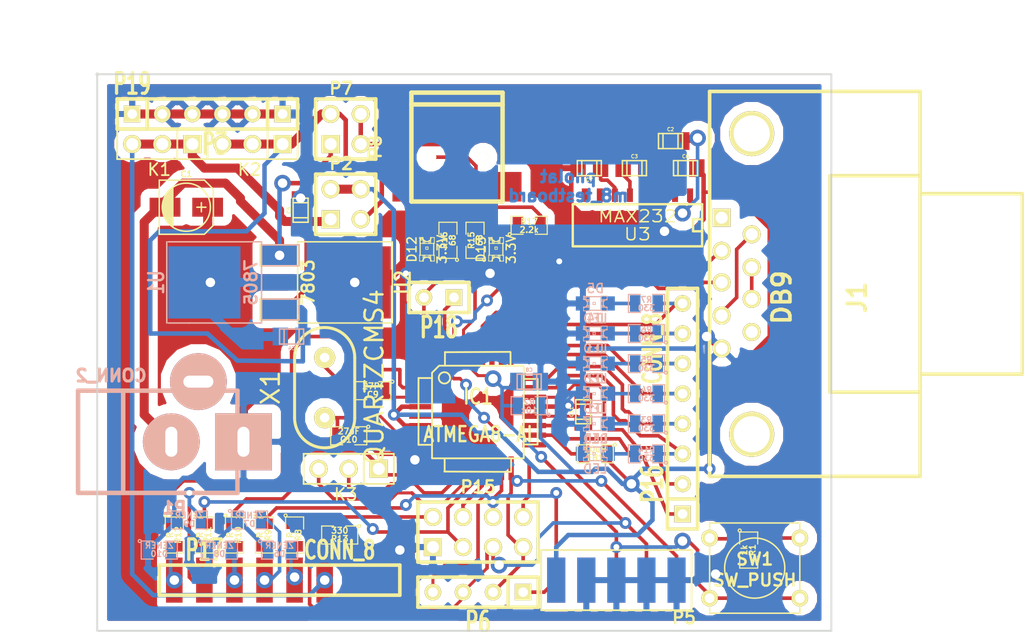
<source format=kicad_pcb>
(kicad_pcb (version 3) (host pcbnew "(2013-mar-13)-testing")
  (layers (15 F.Cu signal) (0 B.Cu signal) (18 B.Paste user) (19 F.Paste user) (20 B.SilkS user) (21 F.SilkS user) (22 B.Mask user) (23 F.Mask user) (28 Edge.Cuts user))
  (net 0 "")
  (net 1 /3.3V)
  (net 2 /5V)
  (net 3 /ARef)
  (net 4 /AVcc)
  (net 5 /CE)
  (net 6 /CSN)
  (net 7 /D0)
  (net 8 /D1)
  (net 9 /D2)
  (net 10 /D3)
  (net 11 /D4)
  (net 12 /D5)
  (net 13 /DC)
  (net 14 /Data+)
  (net 15 /Data-)
  (net 16 /IRQ)
  (net 17 /MISO)
  (net 18 /MOSI)
  (net 19 /N_RES)
  (net 20 /R1IN)
  (net 21 /RES)
  (net 22 /SCK)
  (net 23 /SS)
  (net 24 /T1OUT)
  (net 25 /TX)
  (net 26 GND)
  (net 27 N-000001)
  (net 28 N-0000010)
  (net 29 N-0000012)
  (net 30 N-0000013)
  (net 31 N-0000015)
  (net 32 N-0000016)
  (net 33 N-0000017)
  (net 34 N-000002)
  (net 35 N-0000022)
  (net 36 N-0000023)
  (net 37 N-0000024)
  (net 38 N-0000026)
  (net 39 N-000003)
  (net 40 N-0000031)
  (net 41 N-0000032)
  (net 42 N-0000033)
  (net 43 N-0000034)
  (net 44 N-0000038)
  (net 45 N-000004)
  (net 46 N-0000042)
  (net 47 N-0000045)
  (net 48 N-000005)
  (net 49 N-0000053)
  (net 50 N-0000054)
  (net 51 N-0000055)
  (net 52 N-0000056)
  (net 53 N-0000057)
  (net 54 N-0000058)
  (net 55 N-0000059)
  (net 56 N-000006)
  (net 57 N-0000060)
  (net 58 N-0000061)
  (net 59 N-0000062)
  (net 60 N-0000063)
  (net 61 N-0000066)
  (net 62 N-000007)
  (net 63 N-000008)
  (net 64 N-000009)
  (net 65 VAA)
  (net 66 VCC)
  (module SM0805 (layer F.Cu) (at 128.27 61.722 180)
    (fp_text reference C9 (at 0 -0.3175 180) (layer F.SilkS) (effects (font (size 0.50038 0.50038) (thickness 0.10922))))
    (fp_text value 27Pf (at 0 0.381 180) (layer F.SilkS) (effects (font (size 0.50038 0.50038) (thickness 0.10922))))
    (pad 1 smd rect (at -0.9525 0 180) (size 0.889 1.397) (layers F.Cu F.Paste F.Mask) (net 26 GND))
    (pad 2 smd rect (at 0.9525 0 180) (size 0.889 1.397) (layers F.Cu F.Paste F.Mask) (net 50 N-0000054))
  )
  (module SM0805 (layer F.Cu) (at 126.238 65.532 180)
    (fp_text reference C10 (at 0 -0.3175 180) (layer F.SilkS) (effects (font (size 0.50038 0.50038) (thickness 0.10922))))
    (fp_text value 27pF (at 0 0.381 180) (layer F.SilkS) (effects (font (size 0.50038 0.50038) (thickness 0.10922))))
    (pad 1 smd rect (at -0.9525 0 180) (size 0.889 1.397) (layers F.Cu F.Paste F.Mask) (net 26 GND))
    (pad 2 smd rect (at 0.9525 0 180) (size 0.889 1.397) (layers F.Cu F.Paste F.Mask) (net 49 N-0000053))
  )
  (module LED-0805 (layer B.Cu) (at 147.066 64.516 180)
    (fp_text reference D1 (at 0 1.27 180) (layer B.SilkS) (effects (font (size 0.762 0.762) (thickness 0.127)) (justify mirror)))
    (fp_text value LED (at 0 -1.27 180) (layer B.SilkS) (effects (font (size 0.762 0.762) (thickness 0.127)) (justify mirror)))
    (pad 1 smd rect (at -1.04902 0 180) (size 1.19888 1.19888) (layers B.Cu B.Paste B.Mask) (net 28 N-0000010))
    (pad 2 smd rect (at 1.04902 0 180) (size 1.19888 1.19888) (layers B.Cu B.Paste B.Mask) (net 26 GND))
  )
  (module LED-0805 (layer B.Cu) (at 147.066 61.976 180)
    (fp_text reference D2 (at 0 1.27 180) (layer B.SilkS) (effects (font (size 0.762 0.762) (thickness 0.127)) (justify mirror)))
    (fp_text value LED (at 0 -1.27 180) (layer B.SilkS) (effects (font (size 0.762 0.762) (thickness 0.127)) (justify mirror)))
    (pad 1 smd rect (at -1.04902 0 180) (size 1.19888 1.19888) (layers B.Cu B.Paste B.Mask) (net 64 N-000009))
    (pad 2 smd rect (at 1.04902 0 180) (size 1.19888 1.19888) (layers B.Cu B.Paste B.Mask) (net 26 GND))
  )
  (module LED-0805 (layer B.Cu) (at 147.066 59.436 180)
    (fp_text reference D3 (at 0 1.27 180) (layer B.SilkS) (effects (font (size 0.762 0.762) (thickness 0.127)) (justify mirror)))
    (fp_text value LED (at 0 -1.27 180) (layer B.SilkS) (effects (font (size 0.762 0.762) (thickness 0.127)) (justify mirror)))
    (pad 1 smd rect (at -1.04902 0 180) (size 1.19888 1.19888) (layers B.Cu B.Paste B.Mask) (net 63 N-000008))
    (pad 2 smd rect (at 1.04902 0 180) (size 1.19888 1.19888) (layers B.Cu B.Paste B.Mask) (net 26 GND))
  )
  (module LED-0805 (layer B.Cu) (at 147.066 56.896 180)
    (fp_text reference D4 (at 0 1.27 180) (layer B.SilkS) (effects (font (size 0.762 0.762) (thickness 0.127)) (justify mirror)))
    (fp_text value LED (at 0 -1.27 180) (layer B.SilkS) (effects (font (size 0.762 0.762) (thickness 0.127)) (justify mirror)))
    (pad 1 smd rect (at -1.04902 0 180) (size 1.19888 1.19888) (layers B.Cu B.Paste B.Mask) (net 62 N-000007))
    (pad 2 smd rect (at 1.04902 0 180) (size 1.19888 1.19888) (layers B.Cu B.Paste B.Mask) (net 26 GND))
  )
  (module LED-0805 (layer B.Cu) (at 147.066 54.356 180)
    (fp_text reference D5 (at 0 1.27 180) (layer B.SilkS) (effects (font (size 0.762 0.762) (thickness 0.127)) (justify mirror)))
    (fp_text value LED (at 0 -1.27 180) (layer B.SilkS) (effects (font (size 0.762 0.762) (thickness 0.127)) (justify mirror)))
    (pad 1 smd rect (at -1.04902 0 180) (size 1.19888 1.19888) (layers B.Cu B.Paste B.Mask) (net 56 N-000006))
    (pad 2 smd rect (at 1.04902 0 180) (size 1.19888 1.19888) (layers B.Cu B.Paste B.Mask) (net 26 GND))
  )
  (module SM0805 (layer B.Cu) (at 120.396 75.184)
    (fp_text reference D6 (at 0 0.3175) (layer B.SilkS) (effects (font (size 0.50038 0.50038) (thickness 0.10922)) (justify mirror)))
    (fp_text value ZENER (at 0 -0.381) (layer B.SilkS) (effects (font (size 0.50038 0.50038) (thickness 0.10922)) (justify mirror)))
    (pad 1 smd rect (at -0.9525 0) (size 0.889 1.397) (layers B.Cu B.Paste B.Mask) (net 26 GND))
    (pad 2 smd rect (at 0.9525 0) (size 0.889 1.397) (layers B.Cu B.Paste B.Mask) (net 44 N-0000038))
  )
  (module SM0805 (layer B.Cu) (at 117.856 72.644)
    (fp_text reference D7 (at 0 0.3175) (layer B.SilkS) (effects (font (size 0.50038 0.50038) (thickness 0.10922)) (justify mirror)))
    (fp_text value ZENER (at 0 -0.381) (layer B.SilkS) (effects (font (size 0.50038 0.50038) (thickness 0.10922)) (justify mirror)))
    (pad 1 smd rect (at -0.9525 0) (size 0.889 1.397) (layers B.Cu B.Paste B.Mask) (net 26 GND))
    (pad 2 smd rect (at 0.9525 0) (size 0.889 1.397) (layers B.Cu B.Paste B.Mask) (net 51 N-0000055))
  )
  (module SM0805 (layer B.Cu) (at 115.316 75.184)
    (fp_text reference D8 (at 0 0.3175) (layer B.SilkS) (effects (font (size 0.50038 0.50038) (thickness 0.10922)) (justify mirror)))
    (fp_text value ZENER (at 0 -0.381) (layer B.SilkS) (effects (font (size 0.50038 0.50038) (thickness 0.10922)) (justify mirror)))
    (pad 1 smd rect (at -0.9525 0) (size 0.889 1.397) (layers B.Cu B.Paste B.Mask) (net 26 GND))
    (pad 2 smd rect (at 0.9525 0) (size 0.889 1.397) (layers B.Cu B.Paste B.Mask) (net 53 N-0000057))
  )
  (module SM0805 (layer B.Cu) (at 112.776 72.644)
    (fp_text reference D9 (at 0 0.3175) (layer B.SilkS) (effects (font (size 0.50038 0.50038) (thickness 0.10922)) (justify mirror)))
    (fp_text value ZENER (at 0 -0.381) (layer B.SilkS) (effects (font (size 0.50038 0.50038) (thickness 0.10922)) (justify mirror)))
    (pad 1 smd rect (at -0.9525 0) (size 0.889 1.397) (layers B.Cu B.Paste B.Mask) (net 26 GND))
    (pad 2 smd rect (at 0.9525 0) (size 0.889 1.397) (layers B.Cu B.Paste B.Mask) (net 52 N-0000056))
  )
  (module SM0805 (layer B.Cu) (at 110.236 75.184)
    (fp_text reference D10 (at 0 0.3175) (layer B.SilkS) (effects (font (size 0.50038 0.50038) (thickness 0.10922)) (justify mirror)))
    (fp_text value ZENER (at 0 -0.381) (layer B.SilkS) (effects (font (size 0.50038 0.50038) (thickness 0.10922)) (justify mirror)))
    (pad 1 smd rect (at -0.9525 0) (size 0.889 1.397) (layers B.Cu B.Paste B.Mask) (net 26 GND))
    (pad 2 smd rect (at 0.9525 0) (size 0.889 1.397) (layers B.Cu B.Paste B.Mask) (net 61 N-0000066))
  )
  (module LED-0805 (layer B.Cu) (at 147.066 67.056 180)
    (fp_text reference D11 (at 0 1.27 180) (layer B.SilkS) (effects (font (size 0.762 0.762) (thickness 0.127)) (justify mirror)))
    (fp_text value LED (at 0 -1.27 180) (layer B.SilkS) (effects (font (size 0.762 0.762) (thickness 0.127)) (justify mirror)))
    (pad 1 smd rect (at -1.04902 0 180) (size 1.19888 1.19888) (layers B.Cu B.Paste B.Mask) (net 41 N-0000032))
    (pad 2 smd rect (at 1.04902 0 180) (size 1.19888 1.19888) (layers B.Cu B.Paste B.Mask) (net 26 GND))
  )
  (module LED-0805 (layer F.Cu) (at 132.842 49.784 90)
    (fp_text reference D12 (at 0 -1.27 90) (layer F.SilkS) (effects (font (size 0.762 0.762) (thickness 0.127))))
    (fp_text value 3.3V (at 0 1.27 90) (layer F.SilkS) (effects (font (size 0.762 0.762) (thickness 0.127))))
    (pad 1 smd rect (at -1.04902 0 90) (size 1.19888 1.19888) (layers F.Cu F.Paste F.Mask) (net 26 GND))
    (pad 2 smd rect (at 1.04902 0 90) (size 1.19888 1.19888) (layers F.Cu F.Paste F.Mask) (net 40 N-0000031))
  )
  (module LED-0805 (layer F.Cu) (at 138.684 49.784 90)
    (fp_text reference D13 (at 0 -1.27 90) (layer F.SilkS) (effects (font (size 0.762 0.762) (thickness 0.127))))
    (fp_text value 3.3V (at 0 1.27 90) (layer F.SilkS) (effects (font (size 0.762 0.762) (thickness 0.127))))
    (pad 1 smd rect (at -1.04902 0 90) (size 1.19888 1.19888) (layers F.Cu F.Paste F.Mask) (net 26 GND))
    (pad 2 smd rect (at 1.04902 0 90) (size 1.19888 1.19888) (layers F.Cu F.Paste F.Mask) (net 37 N-0000024))
  )
  (module TQFP32 (layer F.Cu) (at 137.16 63.5)
    (fp_text reference IC1 (at 0 -1.27) (layer F.SilkS) (effects (font (size 1.27 1.016) (thickness 0.2032))))
    (fp_text value ATMEGA8-AI (at 0 1.905) (layer F.SilkS) (effects (font (size 1.27 1.016) (thickness 0.2032))))
    (pad 8 smd rect (at -4.81584 2.77622) (size 1.99898 0.44958) (layers F.Cu F.Paste F.Mask) (net 49 N-0000053))
    (pad 7 smd rect (at -4.81584 1.97612) (size 1.99898 0.44958) (layers F.Cu F.Paste F.Mask) (net 50 N-0000054))
    (pad 6 smd rect (at -4.81584 1.17602) (size 1.99898 0.44958) (layers F.Cu F.Paste F.Mask) (net 66 VCC))
    (pad 5 smd rect (at -4.81584 0.37592) (size 1.99898 0.44958) (layers F.Cu F.Paste F.Mask) (net 26 GND))
    (pad 4 smd rect (at -4.81584 -0.42418) (size 1.99898 0.44958) (layers F.Cu F.Paste F.Mask) (net 66 VCC))
    (pad 3 smd rect (at -4.81584 -1.22428) (size 1.99898 0.44958) (layers F.Cu F.Paste F.Mask) (net 26 GND))
    (pad 2 smd rect (at -4.81584 -2.02438) (size 1.99898 0.44958) (layers F.Cu F.Paste F.Mask) (net 19 /N_RES))
    (pad 1 smd rect (at -4.81584 -2.82448) (size 1.99898 0.44958) (layers F.Cu F.Paste F.Mask) (net 14 /Data+))
    (pad 24 smd rect (at 4.7498 -2.8194) (size 1.99898 0.44958) (layers F.Cu F.Paste F.Mask) (net 8 /D1))
    (pad 17 smd rect (at 4.7498 2.794) (size 1.99898 0.44958) (layers F.Cu F.Paste F.Mask) (net 22 /SCK))
    (pad 18 smd rect (at 4.7498 1.9812) (size 1.99898 0.44958) (layers F.Cu F.Paste F.Mask) (net 4 /AVcc))
    (pad 19 smd rect (at 4.7498 1.1684) (size 1.99898 0.44958) (layers F.Cu F.Paste F.Mask) (net 32 N-0000016))
    (pad 20 smd rect (at 4.7498 0.381) (size 1.99898 0.44958) (layers F.Cu F.Paste F.Mask) (net 3 /ARef))
    (pad 21 smd rect (at 4.7498 -0.4318) (size 1.99898 0.44958) (layers F.Cu F.Paste F.Mask) (net 26 GND))
    (pad 22 smd rect (at 4.7498 -1.2192) (size 1.99898 0.44958) (layers F.Cu F.Paste F.Mask) (net 33 N-0000017))
    (pad 23 smd rect (at 4.7498 -2.032) (size 1.99898 0.44958) (layers F.Cu F.Paste F.Mask) (net 7 /D0))
    (pad 32 smd rect (at -2.82448 -4.826) (size 0.44958 1.99898) (layers F.Cu F.Paste F.Mask) (net 16 /IRQ))
    (pad 31 smd rect (at -2.02692 -4.826) (size 0.44958 1.99898) (layers F.Cu F.Paste F.Mask) (net 25 /TX))
    (pad 30 smd rect (at -1.22428 -4.826) (size 0.44958 1.99898) (layers F.Cu F.Paste F.Mask) (net 15 /Data-))
    (pad 29 smd rect (at -0.42672 -4.826) (size 0.44958 1.99898) (layers F.Cu F.Paste F.Mask) (net 21 /RES))
    (pad 28 smd rect (at 0.37592 -4.826) (size 0.44958 1.99898) (layers F.Cu F.Paste F.Mask) (net 12 /D5))
    (pad 27 smd rect (at 1.17348 -4.826) (size 0.44958 1.99898) (layers F.Cu F.Paste F.Mask) (net 11 /D4))
    (pad 26 smd rect (at 1.97612 -4.826) (size 0.44958 1.99898) (layers F.Cu F.Paste F.Mask) (net 10 /D3))
    (pad 25 smd rect (at 2.77368 -4.826) (size 0.44958 1.99898) (layers F.Cu F.Paste F.Mask) (net 9 /D2))
    (pad 9 smd rect (at -2.8194 4.7752) (size 0.44958 1.99898) (layers F.Cu F.Paste F.Mask) (net 13 /DC))
    (pad 10 smd rect (at -2.032 4.7752) (size 0.44958 1.99898) (layers F.Cu F.Paste F.Mask) (net 36 N-0000023))
    (pad 11 smd rect (at -1.2192 4.7752) (size 0.44958 1.99898) (layers F.Cu F.Paste F.Mask) (net 35 N-0000022))
    (pad 12 smd rect (at -0.4318 4.7752) (size 0.44958 1.99898) (layers F.Cu F.Paste F.Mask) (net 5 /CE))
    (pad 13 smd rect (at 0.3556 4.7752) (size 0.44958 1.99898) (layers F.Cu F.Paste F.Mask) (net 6 /CSN))
    (pad 14 smd rect (at 1.1684 4.7752) (size 0.44958 1.99898) (layers F.Cu F.Paste F.Mask) (net 23 /SS))
    (pad 15 smd rect (at 1.9812 4.7752) (size 0.44958 1.99898) (layers F.Cu F.Paste F.Mask) (net 18 /MOSI))
    (pad 16 smd rect (at 2.794 4.7752) (size 0.44958 1.99898) (layers F.Cu F.Paste F.Mask) (net 17 /MISO))
  )
  (module DB9FC (layer F.Cu) (at 159.004 52.578 270)
    (fp_text reference J1 (at 1.27 -10.16 270) (layer F.SilkS) (effects (font (thickness 0.3048))))
    (fp_text value DB9 (at 1.27 -3.81 270) (layer F.SilkS) (effects (font (thickness 0.3048))))
    (pad "" thru_hole circle (at 12.827 -1.27 270) (size 3.81 3.81) (drill 3.048) (layers *.Cu *.Mask F.SilkS))
    (pad "" thru_hole circle (at -12.573 -1.27 270) (size 3.81 3.81) (drill 3.048) (layers *.Cu *.Mask F.SilkS))
    (pad 1 thru_hole rect (at -5.461 1.27 270) (size 1.524 1.524) (drill 1.016) (layers *.Cu *.Mask F.SilkS) (net 60 N-0000063))
    (pad 2 thru_hole circle (at -2.667 1.27 270) (size 1.524 1.524) (drill 1.016) (layers *.Cu *.Mask F.SilkS) (net 24 /T1OUT))
    (pad 3 thru_hole circle (at 0 1.27 270) (size 1.524 1.524) (drill 1.016) (layers *.Cu *.Mask F.SilkS) (net 20 /R1IN))
    (pad 4 thru_hole circle (at 2.794 1.27 270) (size 1.524 1.524) (drill 1.016) (layers *.Cu *.Mask F.SilkS) (net 30 N-0000013))
    (pad 5 thru_hole circle (at 5.588 1.27 270) (size 1.524 1.524) (drill 1.016) (layers *.Cu *.Mask F.SilkS) (net 26 GND))
    (pad 6 thru_hole circle (at -4.064 -1.27 270) (size 1.524 1.524) (drill 1.016) (layers *.Cu *.Mask F.SilkS) (net 30 N-0000013))
    (pad 7 thru_hole circle (at -1.27 -1.27 270) (size 1.524 1.524) (drill 1.016) (layers *.Cu *.Mask F.SilkS) (net 29 N-0000012))
    (pad 8 thru_hole circle (at 1.397 -1.27 270) (size 1.524 1.524) (drill 1.016) (layers *.Cu *.Mask F.SilkS) (net 29 N-0000012))
    (pad 9 thru_hole circle (at 4.191 -1.27 270) (size 1.524 1.524) (drill 1.016) (layers *.Cu *.Mask F.SilkS) (net 59 N-0000062))
  )
  (module PIN_ARRAY_3X1 (layer F.Cu) (at 110.49 40.894 180)
    (fp_text reference K1 (at 0.254 -2.159 180) (layer F.SilkS) (effects (font (size 1.016 1.016) (thickness 0.1524))))
    (fp_text value CONN_3 hide)
    (pad 1 thru_hole rect (at -2.54 0 180) (size 1.524 1.524) (drill 1.016) (layers *.Cu *.Mask F.SilkS) (net 1 /3.3V))
    (pad 2 thru_hole circle (at 0 0 180) (size 1.524 1.524) (drill 1.016) (layers *.Cu *.Mask F.SilkS) (net 1 /3.3V))
    (pad 3 thru_hole circle (at 2.54 0 180) (size 1.524 1.524) (drill 1.016) (layers *.Cu *.Mask F.SilkS) (net 1 /3.3V))
  )
  (module PIN_ARRAY_3X1 (layer F.Cu) (at 118.11 40.894 180)
    (fp_text reference K2 (at 0.254 -2.159 180) (layer F.SilkS) (effects (font (size 1.016 1.016) (thickness 0.1524))))
    (fp_text value CONN_3 hide)
    (pad 1 thru_hole rect (at -2.54 0 180) (size 1.524 1.524) (drill 1.016) (layers *.Cu *.Mask F.SilkS) (net 2 /5V))
    (pad 2 thru_hole circle (at 0 0 180) (size 1.524 1.524) (drill 1.016) (layers *.Cu *.Mask F.SilkS) (net 2 /5V))
    (pad 3 thru_hole circle (at 2.54 0 180) (size 1.524 1.524) (drill 1.016) (layers *.Cu *.Mask F.SilkS) (net 2 /5V))
  )
  (module PIN_ARRAY_3X1 (layer F.Cu) (at 126.238 68.326 180)
    (fp_text reference K3 (at 0.254 -2.159 180) (layer F.SilkS) (effects (font (size 1.016 1.016) (thickness 0.1524))))
    (fp_text value CONN_3 hide)
    (pad 1 thru_hole rect (at -2.54 0 180) (size 1.524 1.524) (drill 1.016) (layers *.Cu *.Mask F.SilkS) (net 13 /DC))
    (pad 2 thru_hole circle (at 0 0 180) (size 1.524 1.524) (drill 1.016) (layers *.Cu *.Mask F.SilkS) (net 36 N-0000023))
    (pad 3 thru_hole circle (at 2.54 0 180) (size 1.524 1.524) (drill 1.016) (layers *.Cu *.Mask F.SilkS) (net 35 N-0000022))
  )
  (module PIN_ARRAY_2X2 (layer F.Cu) (at 125.984 45.974)
    (fp_text reference P2 (at -0.381 -3.429) (layer F.SilkS) (effects (font (size 1.016 1.016) (thickness 0.2032))))
    (fp_text value CONN_2X2 hide)
    (pad 1 thru_hole rect (at -1.27 1.27) (size 1.524 1.524) (drill 1.016) (layers *.Cu *.Mask F.SilkS) (net 1 /3.3V))
    (pad 2 thru_hole circle (at -1.27 -1.27) (size 1.524 1.524) (drill 1.016) (layers *.Cu *.Mask F.SilkS) (net 66 VCC))
    (pad 3 thru_hole circle (at 1.27 1.27) (size 1.524 1.524) (drill 1.016) (layers *.Cu *.Mask F.SilkS) (net 2 /5V))
    (pad 4 thru_hole circle (at 1.27 -1.27) (size 1.524 1.524) (drill 1.016) (layers *.Cu *.Mask F.SilkS) (net 66 VCC))
  )
  (module SIL-5 (layer F.Cu) (at 114.3 38.354 180)
    (fp_text reference P3 (at -0.635 -2.54 180) (layer F.SilkS) (effects (font (size 1.72974 1.08712) (thickness 0.3048))))
    (fp_text value CONN_5 hide)
    (pad 1 thru_hole rect (at -6.35 0 180) (size 1.397 1.397) (drill 0.8128) (layers *.Cu *.Mask F.SilkS) (net 26 GND))
    (pad 2 thru_hole circle (at -3.81 0 180) (size 1.397 1.397) (drill 0.8128) (layers *.Cu *.Mask F.SilkS) (net 26 GND))
    (pad 3 thru_hole circle (at -1.27 0 180) (size 1.397 1.397) (drill 0.8128) (layers *.Cu *.Mask F.SilkS) (net 26 GND))
    (pad 4 thru_hole circle (at 1.27 0 180) (size 1.397 1.397) (drill 0.8128) (layers *.Cu *.Mask F.SilkS) (net 26 GND))
    (pad 5 thru_hole circle (at 3.81 0 180) (size 1.397 1.397) (drill 0.8128) (layers *.Cu *.Mask F.SilkS) (net 26 GND))
  )
  (module ISP_SMD (layer F.Cu) (at 147.574 77.724)
    (fp_text reference P5 (at 6.985 3.175) (layer F.SilkS) (effects (font (size 1.016 1.016) (thickness 0.2032))))
    (fp_text value CONN_10 hide)
    (pad 1 smd rect (at -3.81 0 180) (size 1.524 3.81) (layers B.Cu F.Paste F.Mask) (net 66 VCC))
    (pad 2 smd rect (at 6.35 0 180) (size 1.524 3.81) (layers B.Cu F.Paste F.Mask) (net 26 GND))
    (pad 3 smd rect (at 1.27 0 180) (size 1.524 3.81) (layers B.Cu F.Paste F.Mask) (net 26 GND))
    (pad 4 smd rect (at 3.81 0 180) (size 1.524 3.81) (layers B.Cu F.Paste F.Mask) (net 26 GND))
    (pad 5 smd rect (at -1.27 0 180) (size 1.524 3.81) (layers B.Cu F.Paste F.Mask) (net 26 GND))
    (pad 6 smd rect (at 6.35 0 180) (size 1.524 3.81) (layers F.Cu F.Paste F.Mask) (net 17 /MISO))
    (pad 7 smd rect (at 3.81 0 180) (size 1.524 3.81) (layers F.Cu F.Paste F.Mask) (net 22 /SCK))
    (pad 8 smd rect (at 1.27 0 180) (size 1.524 3.81) (layers F.Cu F.Paste F.Mask) (net 21 /RES))
    (pad 9 smd rect (at -1.27 0 180) (size 1.524 3.81) (layers F.Cu F.Paste F.Mask) (net 38 N-0000026))
    (pad 10 smd rect (at -3.81 0 180) (size 1.524 3.81) (layers F.Cu F.Paste F.Mask) (net 18 /MOSI))
  )
  (module SIL-8 (layer F.Cu) (at 154.432 63.246 90)
    (fp_text reference P16 (at -6.35 -2.54 90) (layer F.SilkS) (effects (font (size 1.72974 1.08712) (thickness 0.3048))))
    (fp_text value CONN_8 (at 5.08 -2.54 90) (layer F.SilkS) (effects (font (size 1.524 1.016) (thickness 0.3048))))
    (pad 1 thru_hole rect (at -8.89 0 90) (size 1.397 1.397) (drill 0.8128) (layers *.Cu *.Mask F.SilkS) (net 32 N-0000016))
    (pad 2 thru_hole circle (at -6.35 0 90) (size 1.397 1.397) (drill 0.8128) (layers *.Cu *.Mask F.SilkS) (net 33 N-0000017))
    (pad 3 thru_hole circle (at -3.81 0 90) (size 1.397 1.397) (drill 0.8128) (layers *.Cu *.Mask F.SilkS) (net 7 /D0))
    (pad 4 thru_hole circle (at -1.27 0 90) (size 1.397 1.397) (drill 0.8128) (layers *.Cu *.Mask F.SilkS) (net 8 /D1))
    (pad 5 thru_hole circle (at 1.27 0 90) (size 1.397 1.397) (drill 0.8128) (layers *.Cu *.Mask F.SilkS) (net 9 /D2))
    (pad 6 thru_hole circle (at 3.81 0 90) (size 1.397 1.397) (drill 0.8128) (layers *.Cu *.Mask F.SilkS) (net 10 /D3))
    (pad 7 thru_hole circle (at 6.35 0 90) (size 1.397 1.397) (drill 0.8128) (layers *.Cu *.Mask F.SilkS) (net 11 /D4))
    (pad 8 thru_hole circle (at 8.89 0 90) (size 1.397 1.397) (drill 0.8128) (layers *.Cu *.Mask F.SilkS) (net 12 /D5))
  )
  (module SIL-2 (layer F.Cu) (at 133.858 53.848 180)
    (fp_text reference P18 (at 0 -2.54 180) (layer F.SilkS) (effects (font (size 1.72974 1.08712) (thickness 0.3048))))
    (fp_text value CONN_2 hide)
    (pad 1 thru_hole rect (at -1.27 0 180) (size 1.397 1.397) (drill 0.8128) (layers *.Cu *.Mask F.SilkS) (net 16 /IRQ))
    (pad 2 thru_hole circle (at 1.27 0 180) (size 1.397 1.397) (drill 0.8128) (layers *.Cu *.Mask F.SilkS) (net 14 /Data+))
  )
  (module SIL-1 (layer F.Cu) (at 107.95 38.354)
    (fp_text reference P19 (at 0 -2.54) (layer F.SilkS) (effects (font (size 1.72974 1.08712) (thickness 0.27178))))
    (fp_text value CONN_1 hide)
    (pad 1 thru_hole rect (at 0 0) (size 1.397 1.397) (drill 0.8128) (layers *.Cu *.Mask F.SilkS) (net 26 GND))
  )
  (module SM0805 (layer F.Cu) (at 160.02 75.184 270)
    (fp_text reference R1 (at 0 -0.3175 270) (layer F.SilkS) (effects (font (size 0.50038 0.50038) (thickness 0.10922))))
    (fp_text value 1k (at 0 0.381 270) (layer F.SilkS) (effects (font (size 0.50038 0.50038) (thickness 0.10922))))
    (pad 1 smd rect (at -0.9525 0 270) (size 0.889 1.397) (layers F.Cu F.Paste F.Mask) (net 43 N-0000034))
    (pad 2 smd rect (at 0.9525 0 270) (size 0.889 1.397) (layers F.Cu F.Paste F.Mask) (net 26 GND))
  )
  (module SM0805 (layer B.Cu) (at 141.478 62.992 180)
    (fp_text reference R2 (at 0 0.3175 180) (layer B.SilkS) (effects (font (size 0.50038 0.50038) (thickness 0.10922)) (justify mirror)))
    (fp_text value 10k (at 0 -0.381 180) (layer B.SilkS) (effects (font (size 0.50038 0.50038) (thickness 0.10922)) (justify mirror)))
    (pad 1 smd rect (at -0.9525 0 180) (size 0.889 1.397) (layers B.Cu B.Paste B.Mask) (net 66 VCC))
    (pad 2 smd rect (at 0.9525 0 180) (size 0.889 1.397) (layers B.Cu B.Paste B.Mask) (net 21 /RES))
  )
  (module SM0805 (layer B.Cu) (at 151.384 64.516 180)
    (fp_text reference R3 (at 0 0.3175 180) (layer B.SilkS) (effects (font (size 0.50038 0.50038) (thickness 0.10922)) (justify mirror)))
    (fp_text value 330 (at 0 -0.381 180) (layer B.SilkS) (effects (font (size 0.50038 0.50038) (thickness 0.10922)) (justify mirror)))
    (pad 1 smd rect (at -0.9525 0 180) (size 0.889 1.397) (layers B.Cu B.Paste B.Mask) (net 8 /D1))
    (pad 2 smd rect (at 0.9525 0 180) (size 0.889 1.397) (layers B.Cu B.Paste B.Mask) (net 28 N-0000010))
  )
  (module SM0805 (layer B.Cu) (at 151.384 61.976 180)
    (fp_text reference R4 (at 0 0.3175 180) (layer B.SilkS) (effects (font (size 0.50038 0.50038) (thickness 0.10922)) (justify mirror)))
    (fp_text value 330 (at 0 -0.381 180) (layer B.SilkS) (effects (font (size 0.50038 0.50038) (thickness 0.10922)) (justify mirror)))
    (pad 1 smd rect (at -0.9525 0 180) (size 0.889 1.397) (layers B.Cu B.Paste B.Mask) (net 9 /D2))
    (pad 2 smd rect (at 0.9525 0 180) (size 0.889 1.397) (layers B.Cu B.Paste B.Mask) (net 64 N-000009))
  )
  (module SM0805 (layer B.Cu) (at 151.384 59.436 180)
    (fp_text reference R5 (at 0 0.3175 180) (layer B.SilkS) (effects (font (size 0.50038 0.50038) (thickness 0.10922)) (justify mirror)))
    (fp_text value 330 (at 0 -0.381 180) (layer B.SilkS) (effects (font (size 0.50038 0.50038) (thickness 0.10922)) (justify mirror)))
    (pad 1 smd rect (at -0.9525 0 180) (size 0.889 1.397) (layers B.Cu B.Paste B.Mask) (net 10 /D3))
    (pad 2 smd rect (at 0.9525 0 180) (size 0.889 1.397) (layers B.Cu B.Paste B.Mask) (net 63 N-000008))
  )
  (module SM0805 (layer B.Cu) (at 151.384 56.896 180)
    (fp_text reference R6 (at 0 0.3175 180) (layer B.SilkS) (effects (font (size 0.50038 0.50038) (thickness 0.10922)) (justify mirror)))
    (fp_text value 330 (at 0 -0.381 180) (layer B.SilkS) (effects (font (size 0.50038 0.50038) (thickness 0.10922)) (justify mirror)))
    (pad 1 smd rect (at -0.9525 0 180) (size 0.889 1.397) (layers B.Cu B.Paste B.Mask) (net 11 /D4))
    (pad 2 smd rect (at 0.9525 0 180) (size 0.889 1.397) (layers B.Cu B.Paste B.Mask) (net 62 N-000007))
  )
  (module SM0805 (layer B.Cu) (at 151.384 54.356 180)
    (fp_text reference R7 (at 0 0.3175 180) (layer B.SilkS) (effects (font (size 0.50038 0.50038) (thickness 0.10922)) (justify mirror)))
    (fp_text value 330 (at 0 -0.381 180) (layer B.SilkS) (effects (font (size 0.50038 0.50038) (thickness 0.10922)) (justify mirror)))
    (pad 1 smd rect (at -0.9525 0 180) (size 0.889 1.397) (layers B.Cu B.Paste B.Mask) (net 12 /D5))
    (pad 2 smd rect (at 0.9525 0 180) (size 0.889 1.397) (layers B.Cu B.Paste B.Mask) (net 56 N-000006))
  )
  (module SM0805 (layer F.Cu) (at 121.666 73.914 270)
    (fp_text reference R8 (at 0 -0.3175 270) (layer F.SilkS) (effects (font (size 0.50038 0.50038) (thickness 0.10922))))
    (fp_text value R (at 0 0.381 270) (layer F.SilkS) (effects (font (size 0.50038 0.50038) (thickness 0.10922))))
    (pad 1 smd rect (at -0.9525 0 270) (size 0.889 1.397) (layers F.Cu F.Paste F.Mask) (net 22 /SCK))
    (pad 2 smd rect (at 0.9525 0 270) (size 0.889 1.397) (layers F.Cu F.Paste F.Mask) (net 44 N-0000038))
  )
  (module SM0805 (layer F.Cu) (at 119.126 73.914 270)
    (fp_text reference R9 (at 0 -0.3175 270) (layer F.SilkS) (effects (font (size 0.50038 0.50038) (thickness 0.10922))))
    (fp_text value R (at 0 0.381 270) (layer F.SilkS) (effects (font (size 0.50038 0.50038) (thickness 0.10922))))
    (pad 1 smd rect (at -0.9525 0 270) (size 0.889 1.397) (layers F.Cu F.Paste F.Mask) (net 18 /MOSI))
    (pad 2 smd rect (at 0.9525 0 270) (size 0.889 1.397) (layers F.Cu F.Paste F.Mask) (net 51 N-0000055))
  )
  (module SM0805 (layer F.Cu) (at 116.586 73.914 270)
    (fp_text reference R10 (at 0 -0.3175 270) (layer F.SilkS) (effects (font (size 0.50038 0.50038) (thickness 0.10922))))
    (fp_text value R (at 0 0.381 270) (layer F.SilkS) (effects (font (size 0.50038 0.50038) (thickness 0.10922))))
    (pad 1 smd rect (at -0.9525 0 270) (size 0.889 1.397) (layers F.Cu F.Paste F.Mask) (net 13 /DC))
    (pad 2 smd rect (at 0.9525 0 270) (size 0.889 1.397) (layers F.Cu F.Paste F.Mask) (net 53 N-0000057))
  )
  (module SM0805 (layer F.Cu) (at 114.046 73.914 270)
    (fp_text reference R11 (at 0 -0.3175 270) (layer F.SilkS) (effects (font (size 0.50038 0.50038) (thickness 0.10922))))
    (fp_text value R (at 0 0.381 270) (layer F.SilkS) (effects (font (size 0.50038 0.50038) (thickness 0.10922))))
    (pad 1 smd rect (at -0.9525 0 270) (size 0.889 1.397) (layers F.Cu F.Paste F.Mask) (net 5 /CE))
    (pad 2 smd rect (at 0.9525 0 270) (size 0.889 1.397) (layers F.Cu F.Paste F.Mask) (net 52 N-0000056))
  )
  (module SM0805 (layer F.Cu) (at 111.506 73.914 270)
    (fp_text reference R12 (at 0 -0.3175 270) (layer F.SilkS) (effects (font (size 0.50038 0.50038) (thickness 0.10922))))
    (fp_text value R (at 0 0.381 270) (layer F.SilkS) (effects (font (size 0.50038 0.50038) (thickness 0.10922))))
    (pad 1 smd rect (at -0.9525 0 270) (size 0.889 1.397) (layers F.Cu F.Paste F.Mask) (net 19 /N_RES))
    (pad 2 smd rect (at 0.9525 0 270) (size 0.889 1.397) (layers F.Cu F.Paste F.Mask) (net 61 N-0000066))
  )
  (module SM0805 (layer F.Cu) (at 125.476 73.914 180)
    (fp_text reference R13 (at 0 -0.3175 180) (layer F.SilkS) (effects (font (size 0.50038 0.50038) (thickness 0.10922))))
    (fp_text value 330 (at 0 0.381 180) (layer F.SilkS) (effects (font (size 0.50038 0.50038) (thickness 0.10922))))
    (pad 1 smd rect (at -0.9525 0 180) (size 0.889 1.397) (layers F.Cu F.Paste F.Mask) (net 42 N-0000033))
    (pad 2 smd rect (at 0.9525 0 180) (size 0.889 1.397) (layers F.Cu F.Paste F.Mask) (net 1 /3.3V))
  )
  (module SM0805 (layer B.Cu) (at 151.384 67.056 180)
    (fp_text reference R14 (at 0 0.3175 180) (layer B.SilkS) (effects (font (size 0.50038 0.50038) (thickness 0.10922)) (justify mirror)))
    (fp_text value 330 (at 0 -0.381 180) (layer B.SilkS) (effects (font (size 0.50038 0.50038) (thickness 0.10922)) (justify mirror)))
    (pad 1 smd rect (at -0.9525 0 180) (size 0.889 1.397) (layers B.Cu B.Paste B.Mask) (net 7 /D0))
    (pad 2 smd rect (at 0.9525 0 180) (size 0.889 1.397) (layers B.Cu B.Paste B.Mask) (net 41 N-0000032))
  )
  (module SM0805 (layer F.Cu) (at 136.906 49.022 90)
    (fp_text reference R15 (at 0 -0.3175 90) (layer F.SilkS) (effects (font (size 0.50038 0.50038) (thickness 0.10922))))
    (fp_text value 68 (at 0 0.381 90) (layer F.SilkS) (effects (font (size 0.50038 0.50038) (thickness 0.10922))))
    (pad 1 smd rect (at -0.9525 0 90) (size 0.889 1.397) (layers F.Cu F.Paste F.Mask) (net 15 /Data-))
    (pad 2 smd rect (at 0.9525 0 90) (size 0.889 1.397) (layers F.Cu F.Paste F.Mask) (net 37 N-0000024))
  )
  (module SM0805 (layer F.Cu) (at 134.62 49.022 90)
    (fp_text reference R16 (at 0 -0.3175 90) (layer F.SilkS) (effects (font (size 0.50038 0.50038) (thickness 0.10922))))
    (fp_text value 68 (at 0 0.381 90) (layer F.SilkS) (effects (font (size 0.50038 0.50038) (thickness 0.10922))))
    (pad 1 smd rect (at -0.9525 0 90) (size 0.889 1.397) (layers F.Cu F.Paste F.Mask) (net 14 /Data+))
    (pad 2 smd rect (at 0.9525 0 90) (size 0.889 1.397) (layers F.Cu F.Paste F.Mask) (net 40 N-0000031))
  )
  (module SM0805 (layer F.Cu) (at 141.478 47.752)
    (fp_text reference R17 (at 0 -0.3175) (layer F.SilkS) (effects (font (size 0.50038 0.50038) (thickness 0.10922))))
    (fp_text value 2.2k (at 0 0.381) (layer F.SilkS) (effects (font (size 0.50038 0.50038) (thickness 0.10922))))
    (pad 1 smd rect (at -0.9525 0) (size 0.889 1.397) (layers F.Cu F.Paste F.Mask) (net 37 N-0000024))
    (pad 2 smd rect (at 0.9525 0) (size 0.889 1.397) (layers F.Cu F.Paste F.Mask) (net 47 N-0000045))
  )
  (module SW_PUSH_SMALL (layer F.Cu) (at 160.528 76.708)
    (fp_text reference SW1 (at 0 -0.762) (layer F.SilkS) (effects (font (size 1.016 1.016) (thickness 0.2032))))
    (fp_text value SW_PUSH (at 0 1.016) (layer F.SilkS) (effects (font (size 1.016 1.016) (thickness 0.2032))))
    (pad 1 thru_hole circle (at 3.81 -2.54) (size 1.397 1.397) (drill 0.8128) (layers *.Cu *.Mask F.SilkS) (net 43 N-0000034))
    (pad 2 thru_hole circle (at 3.81 2.54) (size 1.397 1.397) (drill 0.8128) (layers *.Cu *.Mask F.SilkS) (net 21 /RES))
    (pad 1 thru_hole circle (at -3.81 -2.54) (size 1.397 1.397) (drill 0.8128) (layers *.Cu *.Mask F.SilkS) (net 43 N-0000034))
    (pad 2 thru_hole circle (at -3.81 2.54) (size 1.397 1.397) (drill 0.8128) (layers *.Cu *.Mask F.SilkS) (net 21 /RES))
  )
  (module DPAK2 (layer B.Cu) (at 120.396 52.578 270)
    (fp_text reference U1 (at 0 10.414 270) (layer B.SilkS) (effects (font (size 1.27 1.016) (thickness 0.2032)) (justify mirror)))
    (fp_text value 7805 (at 0 2.413 270) (layer B.SilkS) (effects (font (size 1.016 1.016) (thickness 0.2032)) (justify mirror)))
    (pad 1 smd rect (at -2.286 0 270) (size 1.651 3.048) (layers B.Cu B.Paste B.Mask) (net 65 VAA))
    (pad 2 smd rect (at 0 6.35 270) (size 6.096 6.096) (layers B.Cu B.Paste B.Mask) (net 26 GND))
    (pad 3 smd rect (at 2.286 0 270) (size 1.651 3.048) (layers B.Cu B.Paste B.Mask) (net 2 /5V))
  )
  (module DPAK2 (layer F.Cu) (at 120.396 52.578 270)
    (fp_text reference U2 (at 0 -10.414 270) (layer F.SilkS) (effects (font (size 1.27 1.016) (thickness 0.2032))))
    (fp_text value 7803 (at 0 -2.413 270) (layer F.SilkS) (effects (font (size 1.016 1.016) (thickness 0.2032))))
    (pad 1 smd rect (at -2.286 0 270) (size 1.651 3.048) (layers F.Cu F.Paste F.Mask) (net 65 VAA))
    (pad 2 smd rect (at 0 -6.35 270) (size 6.096 6.096) (layers F.Cu F.Paste F.Mask) (net 26 GND))
    (pad 3 smd rect (at 2.286 0 270) (size 1.651 3.048) (layers F.Cu F.Paste F.Mask) (net 1 /3.3V))
  )
  (module SO16E (layer F.Cu) (at 150.622 47.752 180)
    (fp_text reference U3 (at 0 -0.762 180) (layer F.SilkS) (effects (font (size 1.016 1.143) (thickness 0.127))))
    (fp_text value MAX232 (at 0 0.762 180) (layer F.SilkS) (effects (font (size 1.016 1.143) (thickness 0.127))))
    (pad 1 smd rect (at -4.445 2.54 180) (size 0.508 1.143) (layers F.Cu F.Paste F.Mask) (net 48 N-000005))
    (pad 2 smd rect (at -3.175 2.54 180) (size 0.508 1.143) (layers F.Cu F.Paste F.Mask) (net 31 N-0000015))
    (pad 3 smd rect (at -1.905 2.54 180) (size 0.508 1.143) (layers F.Cu F.Paste F.Mask) (net 45 N-000004))
    (pad 4 smd rect (at -0.635 2.54 180) (size 0.508 1.143) (layers F.Cu F.Paste F.Mask) (net 39 N-000003))
    (pad 5 smd rect (at 0.635 2.54 180) (size 0.508 1.143) (layers F.Cu F.Paste F.Mask) (net 34 N-000002))
    (pad 6 smd rect (at 1.905 2.54 180) (size 0.508 1.143) (layers F.Cu F.Paste F.Mask) (net 27 N-000001))
    (pad 7 smd rect (at 3.175 2.54 180) (size 0.508 1.143) (layers F.Cu F.Paste F.Mask) (net 57 N-0000060))
    (pad 8 smd rect (at 4.445 2.54 180) (size 0.508 1.143) (layers F.Cu F.Paste F.Mask) (net 58 N-0000061))
    (pad 9 smd rect (at 4.445 -2.54 180) (size 0.508 1.143) (layers F.Cu F.Paste F.Mask) (net 54 N-0000058))
    (pad 10 smd rect (at 3.175 -2.54 180) (size 0.508 1.143) (layers F.Cu F.Paste F.Mask) (net 55 N-0000059))
    (pad 11 smd rect (at 1.905 -2.54 180) (size 0.508 1.143) (layers F.Cu F.Paste F.Mask) (net 15 /Data-))
    (pad 12 smd rect (at 0.635 -2.54 180) (size 0.508 1.143) (layers F.Cu F.Paste F.Mask) (net 25 /TX))
    (pad 13 smd rect (at -0.635 -2.54 180) (size 0.508 1.143) (layers F.Cu F.Paste F.Mask) (net 20 /R1IN))
    (pad 14 smd rect (at -1.905 -2.54 180) (size 0.508 1.143) (layers F.Cu F.Paste F.Mask) (net 24 /T1OUT))
    (pad 15 smd rect (at -3.175 -2.54 180) (size 0.508 1.143) (layers F.Cu F.Paste F.Mask) (net 26 GND))
    (pad 16 smd rect (at -4.445 -2.54 180) (size 0.508 1.143) (layers F.Cu F.Paste F.Mask) (net 66 VCC))
  )
  (module SIL-4 (layer F.Cu) (at 137.16 78.74 180)
    (fp_text reference P6 (at 0 -2.54 180) (layer F.SilkS) (effects (font (size 1.73482 1.08712) (thickness 0.3048))))
    (fp_text value CONN_4 hide)
    (pad 1 thru_hole rect (at -3.81 0 180) (size 1.397 1.397) (drill 0.8128) (layers *.Cu *.Mask F.SilkS) (net 18 /MOSI))
    (pad 2 thru_hole circle (at -1.27 0 180) (size 1.397 1.397) (drill 0.8128) (layers *.Cu *.Mask F.SilkS) (net 17 /MISO))
    (pad 3 thru_hole circle (at 1.27 0 180) (size 1.397 1.397) (drill 0.8128) (layers *.Cu *.Mask F.SilkS) (net 22 /SCK))
    (pad 4 thru_hole circle (at 3.81 0 180) (size 1.397 1.397) (drill 0.8128) (layers *.Cu *.Mask F.SilkS) (net 23 /SS))
  )
  (module pin_array_4x2 (layer F.Cu) (at 137.16 73.66)
    (fp_text reference P15 (at 0 -3.81) (layer F.SilkS) (effects (font (size 1.016 1.016) (thickness 0.2032))))
    (fp_text value CONN_4X2 hide)
    (pad 1 thru_hole rect (at -3.81 1.27) (size 1.524 1.524) (drill 1.016) (layers *.Cu *.Mask F.SilkS) (net 26 GND))
    (pad 2 thru_hole circle (at -3.81 -1.27) (size 1.524 1.524) (drill 1.016) (layers *.Cu *.Mask F.SilkS) (net 1 /3.3V))
    (pad 3 thru_hole circle (at -1.27 1.27) (size 1.524 1.524) (drill 1.016) (layers *.Cu *.Mask F.SilkS) (net 5 /CE))
    (pad 4 thru_hole circle (at -1.27 -1.27) (size 1.524 1.524) (drill 1.016) (layers *.Cu *.Mask F.SilkS) (net 6 /CSN))
    (pad 5 thru_hole circle (at 1.27 1.27) (size 1.524 1.524) (drill 1.016) (layers *.Cu *.Mask F.SilkS) (net 22 /SCK))
    (pad 6 thru_hole circle (at 1.27 -1.27) (size 1.524 1.524) (drill 1.016) (layers *.Cu *.Mask F.SilkS) (net 18 /MOSI))
    (pad 7 thru_hole circle (at 3.81 1.27) (size 1.524 1.524) (drill 1.016) (layers *.Cu *.Mask F.SilkS) (net 17 /MISO))
    (pad 8 thru_hole circle (at 3.81 -1.27) (size 1.524 1.524) (drill 1.016) (layers *.Cu *.Mask F.SilkS) (net 16 /IRQ))
  )
  (module c_0805 (layer F.Cu) (at 153.416 40.64)
    (fp_text reference C2 (at 0 -0.9906) (layer F.SilkS) (effects (font (size 0.29972 0.29972) (thickness 0.06096))))
    (fp_text value 1uF hide)
    (pad 1 smd rect (at 0.9525 0) (size 1.30048 1.4986) (layers F.Cu F.Paste F.Mask) (net 48 N-000005))
    (pad 2 smd rect (at -0.9525 0) (size 1.30048 1.4986) (layers F.Cu F.Paste F.Mask) (net 45 N-000004))
  )
  (module c_0805 (layer F.Cu) (at 150.368 42.926)
    (fp_text reference C3 (at 0 -0.9906) (layer F.SilkS) (effects (font (size 0.29972 0.29972) (thickness 0.06096))))
    (fp_text value 1uF hide)
    (pad 1 smd rect (at 0.9525 0) (size 1.30048 1.4986) (layers F.Cu F.Paste F.Mask) (net 39 N-000003))
    (pad 2 smd rect (at -0.9525 0) (size 1.30048 1.4986) (layers F.Cu F.Paste F.Mask) (net 34 N-000002))
  )
  (module c_0805 (layer B.Cu) (at 121.412 57.15)
    (fp_text reference C4 (at 0 0.9906) (layer B.SilkS) (effects (font (size 0.29972 0.29972) (thickness 0.06096)) (justify mirror)))
    (fp_text value 0,1uF hide)
    (pad 1 smd rect (at 0.9525 0) (size 1.30048 1.4986) (layers B.Cu B.Paste B.Mask) (net 2 /5V))
    (pad 2 smd rect (at -0.9525 0) (size 1.30048 1.4986) (layers B.Cu B.Paste B.Mask) (net 26 GND))
  )
  (module c_0805 (layer F.Cu) (at 122.174 46.482 90)
    (fp_text reference C5 (at 0 -0.9906 90) (layer F.SilkS) (effects (font (size 0.29972 0.29972) (thickness 0.06096))))
    (fp_text value 0,1uF hide)
    (pad 1 smd rect (at 0.9525 0 90) (size 1.30048 1.4986) (layers F.Cu F.Paste F.Mask) (net 26 GND))
    (pad 2 smd rect (at -0.9525 0 90) (size 1.30048 1.4986) (layers F.Cu F.Paste F.Mask) (net 1 /3.3V))
  )
  (module c_0805 (layer F.Cu) (at 154.686 42.926)
    (fp_text reference C6 (at 0 -0.9906) (layer F.SilkS) (effects (font (size 0.29972 0.29972) (thickness 0.06096))))
    (fp_text value 1uF hide)
    (pad 1 smd rect (at 0.9525 0) (size 1.30048 1.4986) (layers F.Cu F.Paste F.Mask) (net 66 VCC))
    (pad 2 smd rect (at -0.9525 0) (size 1.30048 1.4986) (layers F.Cu F.Paste F.Mask) (net 31 N-0000015))
  )
  (module c_0805 (layer F.Cu) (at 146.558 42.926 180)
    (fp_text reference C7 (at 0 -0.9906 180) (layer F.SilkS) (effects (font (size 0.29972 0.29972) (thickness 0.06096))))
    (fp_text value 1uF hide)
    (pad 1 smd rect (at 0.9525 0 180) (size 1.30048 1.4986) (layers F.Cu F.Paste F.Mask) (net 26 GND))
    (pad 2 smd rect (at -0.9525 0 180) (size 1.30048 1.4986) (layers F.Cu F.Paste F.Mask) (net 27 N-000001))
  )
  (module c_0805 (layer B.Cu) (at 141.478 60.96 180)
    (fp_text reference C8 (at 0 0.9906 180) (layer B.SilkS) (effects (font (size 0.29972 0.29972) (thickness 0.06096)) (justify mirror)))
    (fp_text value 100nF hide)
    (pad 1 smd rect (at 0.9525 0 180) (size 1.30048 1.4986) (layers B.Cu B.Paste B.Mask) (net 21 /RES))
    (pad 2 smd rect (at -0.9525 0 180) (size 1.30048 1.4986) (layers B.Cu B.Paste B.Mask) (net 26 GND))
  )
  (module c_0805 (layer F.Cu) (at 146.05 63.5 90)
    (fp_text reference C11 (at 0 -0.9906 90) (layer F.SilkS) (effects (font (size 0.29972 0.29972) (thickness 0.06096))))
    (fp_text value C hide)
    (pad 1 smd rect (at 0.9525 0 90) (size 1.30048 1.4986) (layers F.Cu F.Paste F.Mask) (net 26 GND))
    (pad 2 smd rect (at -0.9525 0 90) (size 1.30048 1.4986) (layers F.Cu F.Paste F.Mask) (net 3 /ARef))
  )
  (module SM0805 (layer F.Cu) (at 147.066 67.056 180)
    (fp_text reference FB1 (at 0 -0.3175 180) (layer F.SilkS) (effects (font (size 0.50038 0.50038) (thickness 0.10922))))
    (fp_text value 10uH (at 0 0.381 180) (layer F.SilkS) (effects (font (size 0.50038 0.50038) (thickness 0.10922))))
    (pad 1 smd rect (at -0.9525 0 180) (size 0.889 1.397) (layers F.Cu F.Paste F.Mask) (net 66 VCC))
    (pad 2 smd rect (at 0.9525 0 180) (size 0.889 1.397) (layers F.Cu F.Paste F.Mask) (net 4 /AVcc))
  )
  (module 5110display (layer F.Cu) (at 120.396 77.724)
    (fp_text reference P17 (at -6.35 -2.54) (layer F.SilkS) (effects (font (size 1.72974 1.08712) (thickness 0.3048))))
    (fp_text value CONN_8 (at 5.08 -2.54) (layer F.SilkS) (effects (font (size 1.524 1.016) (thickness 0.3048))))
    (pad 1 smd rect (at -8.89 0) (size 1.397 3.81) (layers F.Cu F.Paste F.Mask) (net 61 N-0000066))
    (pad 2 smd rect (at -6.35 0) (size 1.397 3.81) (layers F.Cu F.Paste F.Mask) (net 52 N-0000056))
    (pad 3 smd rect (at -3.81 0) (size 1.397 3.81) (layers F.Cu F.Paste F.Mask) (net 53 N-0000057))
    (pad 4 smd rect (at -1.27 0) (size 1.397 3.81) (layers F.Cu F.Paste F.Mask) (net 51 N-0000055))
    (pad 5 smd rect (at 1.27 0) (size 1.397 3.81) (layers F.Cu F.Paste F.Mask) (net 44 N-0000038))
    (pad 6 smd rect (at 3.81 0) (size 1.397 3.81) (layers F.Cu F.Paste F.Mask) (net 1 /3.3V))
    (pad 7 smd rect (at 6.35 0) (size 1.397 3.81) (layers F.Cu F.Paste F.Mask) (net 42 N-0000033))
    (pad 8 smd rect (at 8.89 0) (size 1.397 3.81) (layers F.Cu F.Paste F.Mask) (net 26 GND))
  )
  (module PIN_ARRAY_2X2 (layer F.Cu) (at 125.984 39.624)
    (fp_text reference P7 (at -0.381 -3.429) (layer F.SilkS) (effects (font (size 1.016 1.016) (thickness 0.2032))))
    (fp_text value CONN_4 hide)
    (pad 1 thru_hole rect (at -1.27 1.27) (size 1.524 1.524) (drill 1.016) (layers *.Cu *.Mask F.SilkS) (net 65 VAA))
    (pad 2 thru_hole circle (at -1.27 -1.27) (size 1.524 1.524) (drill 1.016) (layers *.Cu *.Mask F.SilkS) (net 2 /5V))
    (pad 3 thru_hole circle (at 1.27 1.27) (size 1.524 1.524) (drill 1.016) (layers *.Cu *.Mask F.SilkS) (net 47 N-0000045))
    (pad 4 thru_hole circle (at 1.27 -1.27) (size 1.524 1.524) (drill 1.016) (layers *.Cu *.Mask F.SilkS) (net 47 N-0000045))
  )
  (module quartz (layer F.Cu) (at 124.206 62.738 90)
    (fp_text reference X1 (at 1.27 -4.572 90) (layer F.SilkS) (effects (font (thickness 0.2032))))
    (fp_text value QUARTZCMS4 (at 2.18186 4.191 90) (layer F.SilkS) (effects (font (thickness 0.2032))))
    (pad 1 thru_hole circle (at -1.27 0 90) (size 1.778 1.778) (drill 0.79756) (layers *.Cu F.Paste F.SilkS F.Mask) (net 49 N-0000053))
    (pad 3 thru_hole circle (at 3.81 0 90) (size 1.778 1.778) (drill 0.79756) (layers *.Cu F.Paste F.SilkS F.Mask) (net 50 N-0000054))
  )
  (module JACK_ALIM (layer B.Cu) (at 111.252 66.04)
    (fp_text reference P1 (at 0.254 5.588) (layer B.SilkS) (effects (font (size 1.016 1.016) (thickness 0.254)) (justify mirror)))
    (fp_text value CONN_2 (at -5.08 -5.588) (layer B.SilkS) (effects (font (size 1.016 1.016) (thickness 0.254)) (justify mirror)))
    (pad 2 thru_hole circle (at 0 0) (size 4.8006 4.8006) (drill oval 1.016 2.54) (layers *.Cu *.Mask B.SilkS) (net 65 VAA))
    (pad 1 thru_hole rect (at 6.096 0) (size 4.8006 4.8006) (drill oval 1.016 2.54) (layers *.Cu *.Mask B.SilkS) (net 26 GND))
    (pad 3 thru_hole circle (at 2.286 -5.08) (size 4.8006 4.8006) (drill oval 2.54 1.016) (layers *.Cu *.Mask B.SilkS))
  )
  (module c_elec_4x5.7 (layer F.Cu) (at 112.522 46.228)
    (fp_text reference C1 (at 0 -2.794) (layer F.SilkS) (effects (font (size 0.50038 0.50038) (thickness 0.11938))))
    (fp_text value 0,33uF hide)
    (pad 1 smd rect (at 1.80086 0) (size 2.60096 1.6002) (layers F.Cu F.Paste F.Mask) (net 26 GND))
    (pad 2 smd rect (at -1.80086 0) (size 2.60096 1.6002) (layers F.Cu F.Paste F.Mask) (net 65 VAA))
  )
  (module USB_MINI_B (layer F.Cu) (at 135.382 41.148 270)
    (fp_text reference P8 (at 0 6.90118 270) (layer F.SilkS) (effects (font (size 1.016 1.016) (thickness 0.2032))))
    (fp_text value CONN_5 hide)
    (pad 1 smd rect (at 3.44932 -1.6002 270) (size 2.30124 0.50038) (layers F.Cu F.Paste F.Mask) (net 47 N-0000045))
    (pad 2 smd rect (at 3.44932 -0.8001 270) (size 2.30124 0.50038) (layers F.Cu F.Paste F.Mask) (net 37 N-0000024))
    (pad 3 smd rect (at 3.44932 0 270) (size 2.30124 0.50038) (layers F.Cu F.Paste F.Mask) (net 40 N-0000031))
    (pad 4 smd rect (at 3.44932 0.8001 270) (size 2.30124 0.50038) (layers F.Cu F.Paste F.Mask) (net 46 N-0000042))
    (pad 5 smd rect (at 3.44932 1.6002 270) (size 2.30124 0.50038) (layers F.Cu F.Paste F.Mask) (net 26 GND))
    (pad 6 smd rect (at 3.35026 -4.45008 270) (size 2.49936 1.99898) (layers F.Cu F.Paste F.Mask))
    (pad 7 smd rect (at -2.14884 -4.45008 270) (size 2.49936 1.99898) (layers F.Cu F.Paste F.Mask))
    (pad 8 smd rect (at 3.35026 4.45008 270) (size 2.49936 1.99898) (layers F.Cu F.Paste F.Mask))
    (pad 9 smd rect (at -2.14884 4.45008 270) (size 2.49936 1.99898) (layers F.Cu F.Paste F.Mask))
    (pad "" np_thru_hole circle (at 0.8509 -2.19964 270) (size 0.89916 0.89916) (drill 0.89916) (layers *.Cu *.Mask F.SilkS))
    (pad 2 np_thru_hole circle (at 0.8509 2.19964 270) (size 0.89916 0.89916) (drill 0.89916) (layers *.Cu *.Mask F.SilkS) (net 37 N-0000024))
  )
  (gr_text "pholat\nm8_testboard" (at 144.78 44.45) (layer B.Cu) (effects (font (size 1 1) (thickness 0.25)) (justify mirror)))
  (gr_line (start 105 82) (end 105 35) (angle 90) (layer Edge.Cuts) (width 0.15))
  (gr_line (start 167 82) (end 105 82) (angle 90) (layer Edge.Cuts) (width 0.15))
  (gr_line (start 167 35) (end 167 82) (angle 90) (layer Edge.Cuts) (width 0.15))
  (gr_line (start 105 35) (end 167 35) (angle 90) (layer Edge.Cuts) (width 0.15))
  (target plus (at 105 35) (size 0.005) (width 0.15) (layer Edge.Cuts))
  (segment (start 120.396 54.864) (end 120.904 54.864) (width 0.381) (layer F.Cu) (net 1))
  (segment (start 122.682 47.9425) (end 122.174 47.4345) (width 0.381) (layer F.Cu) (net 1))
  (segment (start 122.682 53.086) (end 122.682 47.9425) (width 0.381) (layer F.Cu) (net 1))
  (segment (start 120.904 54.864) (end 122.682 53.086) (width 0.381) (layer F.Cu) (net 1))
  (segment (start 122.174 47.4345) (end 124.5235 47.4345) (width 0.762) (layer F.Cu) (net 1))
  (segment (start 124.5235 47.4345) (end 124.714 47.244) (width 0.762) (layer F.Cu) (net 1))
  (segment (start 113.03 40.894) (end 113.03 41.91) (width 0.762) (layer F.Cu) (net 1))
  (segment (start 120.8405 47.4345) (end 122.174 47.4345) (width 0.762) (layer F.Cu) (net 1))
  (segment (start 120.396 46.99) (end 120.8405 47.4345) (width 0.762) (layer F.Cu) (net 1))
  (segment (start 120.396 46.482) (end 120.396 46.99) (width 0.762) (layer F.Cu) (net 1))
  (segment (start 116.84 42.926) (end 120.396 46.482) (width 0.762) (layer F.Cu) (net 1))
  (segment (start 114.046 42.926) (end 116.84 42.926) (width 0.762) (layer F.Cu) (net 1))
  (segment (start 113.03 41.91) (end 114.046 42.926) (width 0.762) (layer F.Cu) (net 1))
  (segment (start 110.49 40.894) (end 113.03 40.894) (width 0.762) (layer F.Cu) (net 1))
  (segment (start 107.95 40.894) (end 110.49 40.894) (width 0.762) (layer F.Cu) (net 1))
  (via (at 124.206 77.724) (size 1.4) (drill 0.8) (layers F.Cu B.Cu) (net 1))
  (segment (start 124.5235 77.4065) (end 124.206 77.724) (width 0.381) (layer F.Cu) (net 1))
  (segment (start 124.5235 73.914) (end 124.5235 77.4065) (width 0.381) (layer F.Cu) (net 1))
  (segment (start 107.95 77.216) (end 107.95 40.894) (width 0.381) (layer B.Cu) (net 1))
  (segment (start 109.728 78.994) (end 107.95 77.216) (width 0.381) (layer B.Cu) (net 1))
  (segment (start 122.936 78.994) (end 109.728 78.994) (width 0.381) (layer B.Cu) (net 1))
  (segment (start 124.206 77.724) (end 122.936 78.994) (width 0.381) (layer B.Cu) (net 1))
  (segment (start 124.5235 73.914) (end 124.5235 73.0885) (width 0.3048) (layer F.Cu) (net 1))
  (segment (start 125.222 72.39) (end 133.35 72.39) (width 0.3048) (layer F.Cu) (net 1))
  (segment (start 124.5235 73.0885) (end 125.222 72.39) (width 0.3048) (layer F.Cu) (net 1))
  (segment (start 124.206 74.2315) (end 124.5235 73.914) (width 0.3048) (layer F.Cu) (net 1))
  (segment (start 124.206 74.2315) (end 124.5235 73.914) (width 0.254) (layer F.Cu) (net 1))
  (segment (start 120.65 40.894) (end 120.65 41.148) (width 0.381) (layer B.Cu) (net 2))
  (segment (start 122.3645 59.2455) (end 122.3645 57.15) (width 0.381) (layer B.Cu) (net 2))
  (segment (start 116.84 59.182) (end 122.3645 59.2455) (width 0.381) (layer B.Cu) (net 2))
  (segment (start 120.65 41.148) (end 119.126 42.672) (width 0.381) (layer B.Cu) (net 2))
  (segment (start 127.254 47.244) (end 127.508 47.244) (width 0.381) (layer F.Cu) (net 2))
  (segment (start 125.476 38.354) (end 124.714 38.354) (width 0.381) (layer F.Cu) (net 2))
  (segment (start 125.984 38.862) (end 125.476 38.354) (width 0.381) (layer F.Cu) (net 2))
  (segment (start 125.984 42.164) (end 125.984 38.862) (width 0.381) (layer F.Cu) (net 2))
  (segment (start 126.492 42.672) (end 125.984 42.164) (width 0.381) (layer F.Cu) (net 2))
  (segment (start 128.27 42.672) (end 126.492 42.672) (width 0.381) (layer F.Cu) (net 2))
  (segment (start 129.032 43.434) (end 128.27 42.672) (width 0.381) (layer F.Cu) (net 2))
  (segment (start 129.032 45.72) (end 129.032 43.434) (width 0.381) (layer F.Cu) (net 2))
  (segment (start 127.508 47.244) (end 129.032 45.72) (width 0.381) (layer F.Cu) (net 2))
  (segment (start 120.65 40.894) (end 121.412 40.894) (width 0.762) (layer F.Cu) (net 2))
  (segment (start 123.952 38.354) (end 124.714 38.354) (width 0.762) (layer F.Cu) (net 2))
  (segment (start 121.412 40.894) (end 123.952 38.354) (width 0.762) (layer F.Cu) (net 2))
  (segment (start 118.11 40.894) (end 120.65 40.894) (width 0.762) (layer F.Cu) (net 2))
  (segment (start 115.57 40.894) (end 118.11 40.894) (width 0.762) (layer F.Cu) (net 2))
  (segment (start 120.396 54.864) (end 122.174 54.864) (width 0.762) (layer B.Cu) (net 2))
  (segment (start 122.174 54.864) (end 122.3645 55.0545) (width 0.762) (layer B.Cu) (net 2))
  (segment (start 122.3645 55.0545) (end 122.3645 57.15) (width 0.762) (layer B.Cu) (net 2))
  (segment (start 119.126 42.672) (end 119.126 46.736) (width 0.381) (layer B.Cu) (net 2))
  (segment (start 119.126 46.736) (end 117.602 48.26) (width 0.381) (layer B.Cu) (net 2))
  (segment (start 117.602 48.26) (end 110.236 48.26) (width 0.381) (layer B.Cu) (net 2))
  (segment (start 110.236 48.26) (end 109.474 49.022) (width 0.381) (layer B.Cu) (net 2))
  (segment (start 114.3 56.896) (end 116.84 59.182) (width 0.381) (layer B.Cu) (net 2))
  (segment (start 109.474 56.896) (end 114.3 56.896) (width 0.381) (layer B.Cu) (net 2))
  (segment (start 109.474 49.022) (end 109.474 56.896) (width 0.381) (layer B.Cu) (net 2))
  (segment (start 141.9098 63.881) (end 145.4785 63.881) (width 0.254) (layer F.Cu) (net 3))
  (segment (start 145.4785 63.881) (end 146.05 64.4525) (width 0.3048) (layer F.Cu) (net 3))
  (segment (start 145.034 67.056) (end 146.1135 67.056) (width 0.3048) (layer F.Cu) (net 4))
  (segment (start 141.9098 65.4812) (end 143.4592 65.4812) (width 0.3048) (layer F.Cu) (net 4))
  (segment (start 145.034 67.056) (end 145.0975 67.056) (width 0.254) (layer F.Cu) (net 4))
  (segment (start 143.4592 65.4812) (end 145.034 67.056) (width 0.3048) (layer F.Cu) (net 4))
  (segment (start 114.046 71.12) (end 114.046 72.9615) (width 0.3048) (layer F.Cu) (net 5))
  (via (at 114.046 71.12) (size 1) (drill 0.5) (layers F.Cu B.Cu) (net 5))
  (segment (start 114.3 71.12) (end 114.046 71.12) (width 0.254) (layer B.Cu) (net 5))
  (segment (start 135.89 74.93) (end 134.62 73.66) (width 0.3048) (layer F.Cu) (net 5))
  (segment (start 136.652 68.3514) (end 136.7282 68.2752) (width 0.254) (layer F.Cu) (net 5))
  (segment (start 136.652 69.596) (end 136.652 68.3514) (width 0.3048) (layer F.Cu) (net 5))
  (segment (start 134.62 71.628) (end 136.652 69.596) (width 0.3048) (layer F.Cu) (net 5))
  (via (at 128.27 73.406) (size 1) (drill 0.5) (layers F.Cu B.Cu) (net 5))
  (segment (start 128.524 73.66) (end 128.27 73.406) (width 0.254) (layer F.Cu) (net 5))
  (segment (start 134.62 73.66) (end 128.524 73.66) (width 0.3048) (layer F.Cu) (net 5))
  (segment (start 125.984 71.12) (end 114.3 71.12) (width 0.3048) (layer B.Cu) (net 5))
  (segment (start 128.27 73.406) (end 125.984 71.12) (width 0.3048) (layer B.Cu) (net 5))
  (segment (start 134.62 73.66) (end 134.62 71.628) (width 0.3048) (layer F.Cu) (net 5))
  (segment (start 137.5156 68.2752) (end 137.5156 69.7484) (width 0.3048) (layer F.Cu) (net 6))
  (segment (start 135.89 71.374) (end 135.89 72.39) (width 0.3048) (layer F.Cu) (net 6))
  (segment (start 137.5156 69.7484) (end 135.89 71.374) (width 0.3048) (layer F.Cu) (net 6))
  (segment (start 154.432 67.056) (end 152.3365 67.056) (width 0.3048) (layer B.Cu) (net 7))
  (segment (start 154.432 67.056) (end 154.178 66.802) (width 0.3048) (layer F.Cu) (net 7))
  (segment (start 143.764 61.468) (end 141.9098 61.468) (width 0.3048) (layer F.Cu) (net 7))
  (segment (start 144.78 60.452) (end 143.764 61.468) (width 0.3048) (layer F.Cu) (net 7))
  (segment (start 147.574 60.452) (end 144.78 60.452) (width 0.3048) (layer F.Cu) (net 7))
  (segment (start 148.59 61.468) (end 147.574 60.452) (width 0.3048) (layer F.Cu) (net 7))
  (segment (start 148.59 63.754) (end 148.59 61.468) (width 0.3048) (layer F.Cu) (net 7))
  (segment (start 149.098 64.262) (end 148.59 63.754) (width 0.3048) (layer F.Cu) (net 7))
  (segment (start 149.606 64.262) (end 149.098 64.262) (width 0.3048) (layer F.Cu) (net 7))
  (segment (start 150.876 65.532) (end 149.606 64.262) (width 0.3048) (layer F.Cu) (net 7))
  (segment (start 152.4 65.532) (end 150.876 65.532) (width 0.3048) (layer F.Cu) (net 7))
  (segment (start 154.178 66.802) (end 152.4 65.532) (width 0.3048) (layer F.Cu) (net 7))
  (segment (start 154.432 64.516) (end 152.3365 64.516) (width 0.3048) (layer B.Cu) (net 8))
  (segment (start 154.432 64.516) (end 150.876 64.516) (width 0.3048) (layer F.Cu) (net 8))
  (segment (start 143.0274 60.6806) (end 141.9098 60.6806) (width 0.3048) (layer F.Cu) (net 8))
  (segment (start 144.018 59.69) (end 143.0274 60.6806) (width 0.3048) (layer F.Cu) (net 8))
  (segment (start 147.828 59.69) (end 144.018 59.69) (width 0.3048) (layer F.Cu) (net 8))
  (segment (start 149.352 61.214) (end 147.828 59.69) (width 0.3048) (layer F.Cu) (net 8))
  (segment (start 149.352 63.246) (end 149.352 61.214) (width 0.3048) (layer F.Cu) (net 8))
  (segment (start 149.606 63.5) (end 149.352 63.246) (width 0.3048) (layer F.Cu) (net 8))
  (segment (start 149.86 63.5) (end 149.606 63.5) (width 0.3048) (layer F.Cu) (net 8))
  (segment (start 150.876 64.516) (end 149.86 63.5) (width 0.3048) (layer F.Cu) (net 8))
  (segment (start 154.432 61.976) (end 152.3365 61.976) (width 0.3048) (layer B.Cu) (net 9))
  (segment (start 154.432 61.976) (end 151.13 61.976) (width 0.3048) (layer F.Cu) (net 9))
  (segment (start 147.828 58.674) (end 139.93368 58.674) (width 0.3048) (layer F.Cu) (net 9))
  (segment (start 151.13 61.976) (end 147.828 58.674) (width 0.3048) (layer F.Cu) (net 9))
  (segment (start 154.432 59.436) (end 152.3365 59.436) (width 0.3048) (layer B.Cu) (net 10))
  (segment (start 154.432 59.436) (end 149.606 59.436) (width 0.3048) (layer F.Cu) (net 10))
  (segment (start 139.13612 57.20588) (end 139.13612 58.674) (width 0.3048) (layer F.Cu) (net 10))
  (segment (start 139.446 56.896) (end 139.13612 57.20588) (width 0.3048) (layer F.Cu) (net 10))
  (segment (start 140.462 56.896) (end 139.446 56.896) (width 0.3048) (layer F.Cu) (net 10))
  (segment (start 141.478 57.912) (end 140.462 56.896) (width 0.3048) (layer F.Cu) (net 10))
  (segment (start 148.082 57.912) (end 141.478 57.912) (width 0.3048) (layer F.Cu) (net 10))
  (segment (start 149.606 59.436) (end 148.082 57.912) (width 0.3048) (layer F.Cu) (net 10))
  (segment (start 154.432 56.896) (end 152.3365 56.896) (width 0.3048) (layer B.Cu) (net 11))
  (segment (start 154.432 56.896) (end 142.24 56.896) (width 0.3048) (layer F.Cu) (net 11))
  (segment (start 138.33348 56.73852) (end 138.33348 58.674) (width 0.3048) (layer F.Cu) (net 11))
  (segment (start 138.938 56.134) (end 138.33348 56.73852) (width 0.3048) (layer F.Cu) (net 11))
  (segment (start 141.478 56.134) (end 138.938 56.134) (width 0.3048) (layer F.Cu) (net 11))
  (segment (start 142.24 56.896) (end 141.478 56.134) (width 0.3048) (layer F.Cu) (net 11))
  (segment (start 154.432 54.356) (end 152.3365 54.356) (width 0.3048) (layer B.Cu) (net 12))
  (segment (start 138.938 55.118) (end 138.684 55.118) (width 0.3048) (layer F.Cu) (net 12))
  (segment (start 153.924 54.356) (end 152.146 56.134) (width 0.3048) (layer F.Cu) (net 12))
  (segment (start 152.146 56.134) (end 142.748 56.134) (width 0.3048) (layer F.Cu) (net 12))
  (segment (start 142.748 56.134) (end 141.732 55.118) (width 0.3048) (layer F.Cu) (net 12))
  (segment (start 141.732 55.118) (end 138.938 55.118) (width 0.3048) (layer F.Cu) (net 12))
  (segment (start 154.432 54.356) (end 153.924 54.356) (width 0.3048) (layer F.Cu) (net 12))
  (segment (start 137.53592 56.26608) (end 137.53592 58.674) (width 0.3048) (layer F.Cu) (net 12))
  (segment (start 138.684 55.118) (end 137.53592 56.26608) (width 0.3048) (layer F.Cu) (net 12))
  (segment (start 128.778 68.326) (end 128.778 68.072) (width 0.3048) (layer F.Cu) (net 13))
  (segment (start 116.586 71.882) (end 116.586 72.9615) (width 0.3048) (layer F.Cu) (net 13))
  (segment (start 117.602 70.866) (end 116.586 71.882) (width 0.3048) (layer F.Cu) (net 13))
  (segment (start 120.65 70.866) (end 117.602 70.866) (width 0.3048) (layer F.Cu) (net 13))
  (segment (start 121.666 69.85) (end 120.65 70.866) (width 0.3048) (layer F.Cu) (net 13))
  (segment (start 121.666 67.564) (end 121.666 69.85) (width 0.3048) (layer F.Cu) (net 13))
  (segment (start 122.428 66.802) (end 121.666 67.564) (width 0.3048) (layer F.Cu) (net 13))
  (segment (start 127.508 66.802) (end 122.428 66.802) (width 0.3048) (layer F.Cu) (net 13))
  (segment (start 128.778 68.072) (end 127.508 66.802) (width 0.3048) (layer F.Cu) (net 13))
  (segment (start 134.3406 68.2752) (end 133.4008 68.2752) (width 0.3048) (layer F.Cu) (net 13))
  (segment (start 129.286 68.834) (end 128.778 68.326) (width 0.3048) (layer F.Cu) (net 13))
  (segment (start 132.842 68.834) (end 129.286 68.834) (width 0.3048) (layer F.Cu) (net 13))
  (segment (start 133.4008 68.2752) (end 132.842 68.834) (width 0.3048) (layer F.Cu) (net 13))
  (segment (start 134.62 49.9745) (end 134.62 51.562) (width 0.254) (layer F.Cu) (net 14))
  (segment (start 132.588 53.594) (end 132.588 53.848) (width 0.3048) (layer F.Cu) (net 14))
  (segment (start 134.62 51.562) (end 132.588 53.594) (width 0.3048) (layer F.Cu) (net 14))
  (segment (start 132.588 53.848) (end 132.588 60.43168) (width 0.3048) (layer F.Cu) (net 14))
  (segment (start 132.588 60.43168) (end 132.34416 60.67552) (width 0.3048) (layer F.Cu) (net 14))
  (segment (start 136.906 49.9745) (end 136.906 55.626) (width 0.3048) (layer F.Cu) (net 15))
  (segment (start 135.93572 56.59628) (end 135.93572 58.674) (width 0.254) (layer F.Cu) (net 15))
  (segment (start 136.906 55.626) (end 135.93572 56.59628) (width 0.254) (layer F.Cu) (net 15))
  (segment (start 136.906 49.9745) (end 137.2235 49.9745) (width 0.3048) (layer F.Cu) (net 15))
  (segment (start 148.717 49.403) (end 148.717 50.292) (width 0.3048) (layer F.Cu) (net 15))
  (segment (start 148.082 48.768) (end 148.717 49.403) (width 0.3048) (layer F.Cu) (net 15))
  (segment (start 145.034 48.768) (end 148.082 48.768) (width 0.3048) (layer F.Cu) (net 15))
  (segment (start 144.018 49.784) (end 145.034 48.768) (width 0.3048) (layer F.Cu) (net 15))
  (segment (start 137.414 49.784) (end 144.018 49.784) (width 0.3048) (layer F.Cu) (net 15))
  (segment (start 137.2235 49.9745) (end 137.414 49.784) (width 0.254) (layer F.Cu) (net 15))
  (segment (start 135.128 53.848) (end 135.128 54.102) (width 0.254) (layer F.Cu) (net 16))
  (segment (start 134.33552 54.89448) (end 134.33552 58.674) (width 0.3048) (layer F.Cu) (net 16))
  (segment (start 135.128 54.102) (end 134.33552 54.89448) (width 0.3048) (layer F.Cu) (net 16))
  (segment (start 140.97 72.39) (end 140.97 71.12) (width 0.3048) (layer F.Cu) (net 16))
  (segment (start 134.33552 59.91352) (end 134.33552 58.674) (width 0.3048) (layer F.Cu) (net 16))
  (segment (start 135.128 60.706) (end 134.33552 59.91352) (width 0.3048) (layer F.Cu) (net 16))
  (segment (start 135.636 60.706) (end 135.128 60.706) (width 0.3048) (layer F.Cu) (net 16))
  (segment (start 136.144 61.214) (end 135.636 60.706) (width 0.254) (layer F.Cu) (net 16))
  (via (at 136.144 61.214) (size 1) (drill 0.5) (layers F.Cu B.Cu) (net 16))
  (segment (start 136.144 62.484) (end 136.144 61.214) (width 0.3048) (layer B.Cu) (net 16))
  (segment (start 137.668 64.008) (end 136.144 62.484) (width 0.3048) (layer B.Cu) (net 16))
  (via (at 137.668 64.008) (size 1) (drill 0.5) (layers F.Cu B.Cu) (net 16))
  (segment (start 141.478 67.818) (end 137.668 64.008) (width 0.254) (layer F.Cu) (net 16))
  (segment (start 141.478 70.612) (end 141.478 67.818) (width 0.3048) (layer F.Cu) (net 16))
  (segment (start 140.97 71.12) (end 141.478 70.612) (width 0.3048) (layer F.Cu) (net 16))
  (segment (start 139.954 68.2752) (end 139.954 70.358) (width 0.3048) (layer F.Cu) (net 17))
  (segment (start 139.954 70.358) (end 139.7 70.612) (width 0.254) (layer F.Cu) (net 17))
  (segment (start 139.7 70.612) (end 139.7 73.914) (width 0.3048) (layer F.Cu) (net 17))
  (segment (start 139.7 73.914) (end 140.716 74.93) (width 0.3048) (layer F.Cu) (net 17))
  (segment (start 140.716 74.93) (end 140.97 74.93) (width 0.3048) (layer F.Cu) (net 17))
  (segment (start 138.43 78.74) (end 139.954 77.216) (width 0.3048) (layer F.Cu) (net 17))
  (segment (start 140.97 76.2) (end 140.97 74.93) (width 0.3048) (layer F.Cu) (net 17))
  (segment (start 139.954 77.216) (end 140.97 76.2) (width 0.3048) (layer F.Cu) (net 17))
  (via (at 147.574 69.342) (size 1) (drill 0.5) (layers F.Cu B.Cu) (net 17))
  (segment (start 147.574 69.342) (end 140.462 69.342) (width 0.3048) (layer B.Cu) (net 17))
  (segment (start 153.924 77.724) (end 153.924 75.692) (width 0.3048) (layer F.Cu) (net 17))
  (segment (start 153.924 75.692) (end 147.574 69.342) (width 0.3048) (layer F.Cu) (net 17))
  (segment (start 139.954 68.834) (end 139.954 68.2752) (width 0.254) (layer F.Cu) (net 17))
  (via (at 140.462 69.342) (size 1) (drill 0.5) (layers F.Cu B.Cu) (net 17))
  (segment (start 140.462 69.342) (end 139.954 68.834) (width 0.3048) (layer F.Cu) (net 17))
  (segment (start 119.126 72.9615) (end 119.126 72.644) (width 0.3048) (layer F.Cu) (net 18))
  (segment (start 137.922 70.612) (end 138.43 71.12) (width 0.3048) (layer B.Cu) (net 18))
  (segment (start 131.826 70.612) (end 137.922 70.612) (width 0.3048) (layer B.Cu) (net 18))
  (segment (start 131.064 71.374) (end 131.826 70.612) (width 0.3048) (layer B.Cu) (net 18))
  (via (at 131.064 71.374) (size 1) (drill 0.5) (layers F.Cu B.Cu) (net 18))
  (segment (start 130.81 71.628) (end 131.064 71.374) (width 0.3048) (layer F.Cu) (net 18))
  (segment (start 120.142 71.628) (end 130.81 71.628) (width 0.3048) (layer F.Cu) (net 18))
  (segment (start 119.126 72.644) (end 120.142 71.628) (width 0.3048) (layer F.Cu) (net 18))
  (segment (start 140.97 78.74) (end 142.748 78.74) (width 0.3048) (layer F.Cu) (net 18))
  (segment (start 142.748 78.74) (end 143.764 77.724) (width 0.3048) (layer F.Cu) (net 18))
  (segment (start 143.764 77.724) (end 143.764 70.358) (width 0.3048) (layer F.Cu) (net 18))
  (via (at 143.764 70.358) (size 1) (drill 0.5) (layers F.Cu B.Cu) (net 18))
  (segment (start 143.764 70.358) (end 143.51 70.612) (width 0.254) (layer B.Cu) (net 18))
  (segment (start 143.51 70.612) (end 138.938 70.612) (width 0.3048) (layer B.Cu) (net 18))
  (segment (start 138.938 70.612) (end 138.43 71.12) (width 0.3048) (layer B.Cu) (net 18))
  (via (at 138.43 71.12) (size 1) (drill 0.5) (layers F.Cu B.Cu) (net 18))
  (segment (start 138.43 71.12) (end 138.43 72.39) (width 0.3048) (layer F.Cu) (net 18))
  (segment (start 138.43 72.39) (end 138.43 70.866) (width 0.254) (layer F.Cu) (net 18))
  (segment (start 139.1412 70.1548) (end 139.1412 68.2752) (width 0.3048) (layer F.Cu) (net 18))
  (segment (start 138.43 70.866) (end 139.1412 70.1548) (width 0.3048) (layer F.Cu) (net 18))
  (segment (start 132.34416 61.47562) (end 132.33654 61.468) (width 0.254) (layer F.Cu) (net 19))
  (segment (start 111.506 70.104) (end 111.506 72.9615) (width 0.3048) (layer F.Cu) (net 19))
  (segment (start 132.33654 61.468) (end 130.81 61.468) (width 0.3048) (layer F.Cu) (net 19))
  (segment (start 112.268 69.342) (end 111.506 70.104) (width 0.3048) (layer F.Cu) (net 19))
  (segment (start 113.792 69.342) (end 112.268 69.342) (width 0.3048) (layer F.Cu) (net 19))
  (segment (start 114.554 70.104) (end 113.792 69.342) (width 0.3048) (layer F.Cu) (net 19))
  (segment (start 119.38 70.104) (end 114.554 70.104) (width 0.3048) (layer F.Cu) (net 19))
  (segment (start 120.65 68.834) (end 119.38 70.104) (width 0.3048) (layer F.Cu) (net 19))
  (segment (start 120.65 67.056) (end 120.65 68.834) (width 0.3048) (layer F.Cu) (net 19))
  (segment (start 121.412 66.294) (end 120.65 67.056) (width 0.3048) (layer F.Cu) (net 19))
  (segment (start 121.412 66.04) (end 121.412 66.294) (width 0.254) (layer F.Cu) (net 19))
  (segment (start 121.412 58.42) (end 121.412 66.04) (width 0.3048) (layer F.Cu) (net 19))
  (segment (start 122.682 57.15) (end 121.412 58.42) (width 0.3048) (layer F.Cu) (net 19))
  (segment (start 122.936 57.15) (end 122.682 57.15) (width 0.3048) (layer F.Cu) (net 19))
  (segment (start 125.222 57.15) (end 122.936 57.15) (width 0.3048) (layer F.Cu) (net 19))
  (segment (start 128.016 59.944) (end 125.222 57.15) (width 0.3048) (layer F.Cu) (net 19))
  (segment (start 128.27 59.944) (end 128.016 59.944) (width 0.3048) (layer F.Cu) (net 19))
  (segment (start 130.556 59.944) (end 128.27 59.944) (width 0.3048) (layer F.Cu) (net 19))
  (segment (start 130.556 61.214) (end 130.556 59.944) (width 0.3048) (layer F.Cu) (net 19))
  (segment (start 130.81 61.468) (end 130.556 61.214) (width 0.3048) (layer F.Cu) (net 19))
  (segment (start 157.734 52.578) (end 156.21 52.578) (width 0.3048) (layer F.Cu) (net 20))
  (segment (start 151.257 51.943) (end 151.257 50.292) (width 0.3048) (layer F.Cu) (net 20))
  (segment (start 152.4 53.086) (end 151.257 51.943) (width 0.3048) (layer F.Cu) (net 20))
  (segment (start 155.702 53.086) (end 152.4 53.086) (width 0.3048) (layer F.Cu) (net 20))
  (segment (start 156.21 52.578) (end 155.702 53.086) (width 0.3048) (layer F.Cu) (net 20))
  (segment (start 156.718 79.248) (end 156.718 78.994) (width 0.3048) (layer F.Cu) (net 21))
  (segment (start 148.844 74.93) (end 148.844 73.914) (width 0.254) (layer F.Cu) (net 21))
  (via (at 148.844 74.93) (size 1) (drill 0.5) (layers F.Cu B.Cu) (net 21))
  (segment (start 153.924 74.93) (end 148.844 74.93) (width 0.3048) (layer B.Cu) (net 21))
  (segment (start 154.432 74.422) (end 153.924 74.93) (width 0.254) (layer B.Cu) (net 21))
  (via (at 154.432 74.422) (size 1.4) (drill 0.8) (layers F.Cu B.Cu) (net 21))
  (segment (start 154.94 74.422) (end 154.432 74.422) (width 0.3048) (layer F.Cu) (net 21))
  (segment (start 155.702 75.184) (end 154.94 74.422) (width 0.3048) (layer F.Cu) (net 21))
  (segment (start 155.702 77.978) (end 155.702 75.184) (width 0.3048) (layer F.Cu) (net 21))
  (segment (start 156.718 78.994) (end 155.702 77.978) (width 0.3048) (layer F.Cu) (net 21))
  (segment (start 164.338 79.248) (end 156.718 79.248) (width 0.3048) (layer F.Cu) (net 21))
  (segment (start 139.192 62.992) (end 140.5255 62.992) (width 0.3048) (layer B.Cu) (net 21))
  (segment (start 139.192 61.468) (end 140.0175 61.468) (width 0.3048) (layer B.Cu) (net 21))
  (segment (start 140.0175 61.468) (end 140.5255 60.96) (width 0.3048) (layer B.Cu) (net 21))
  (segment (start 148.844 77.724) (end 148.844 73.914) (width 0.3048) (layer F.Cu) (net 21))
  (segment (start 148.844 73.914) (end 148.844 73.66) (width 0.3048) (layer F.Cu) (net 21))
  (segment (start 148.844 73.66) (end 142.494 67.31) (width 0.3048) (layer F.Cu) (net 21))
  (via (at 142.494 67.31) (size 1) (drill 0.5) (layers F.Cu B.Cu) (net 21))
  (segment (start 142.494 67.31) (end 139.192 64.008) (width 0.3048) (layer B.Cu) (net 21))
  (segment (start 139.192 64.008) (end 139.192 62.992) (width 0.3048) (layer B.Cu) (net 21))
  (segment (start 136.73328 60.02528) (end 136.73328 58.674) (width 0.254) (layer F.Cu) (net 21))
  (segment (start 137.16 60.452) (end 136.73328 60.02528) (width 0.254) (layer F.Cu) (net 21))
  (segment (start 138.176 60.452) (end 137.16 60.452) (width 0.254) (layer F.Cu) (net 21))
  (segment (start 138.43 60.706) (end 138.176 60.452) (width 0.254) (layer F.Cu) (net 21))
  (via (at 138.43 60.706) (size 1.4) (drill 0.8) (layers F.Cu B.Cu) (net 21))
  (segment (start 139.192 61.468) (end 138.43 60.706) (width 0.3048) (layer B.Cu) (net 21))
  (segment (start 139.192 62.992) (end 139.192 61.468) (width 0.3048) (layer B.Cu) (net 21))
  (segment (start 121.666 72.9615) (end 122.4915 72.9615) (width 0.3048) (layer F.Cu) (net 22))
  (segment (start 135.89 79.248) (end 135.89 78.74) (width 0.254) (layer F.Cu) (net 22))
  (segment (start 134.874 80.264) (end 135.89 79.248) (width 0.254) (layer F.Cu) (net 22))
  (segment (start 123.444 80.264) (end 134.874 80.264) (width 0.3048) (layer F.Cu) (net 22))
  (segment (start 122.936 79.756) (end 123.444 80.264) (width 0.3048) (layer F.Cu) (net 22))
  (segment (start 122.936 73.406) (end 122.936 79.756) (width 0.3048) (layer F.Cu) (net 22))
  (segment (start 122.4915 72.9615) (end 122.936 73.406) (width 0.3048) (layer F.Cu) (net 22))
  (segment (start 138.43 74.93) (end 138.43 75.946) (width 0.3048) (layer F.Cu) (net 22))
  (via (at 149.606 72.898) (size 1) (drill 0.5) (layers F.Cu B.Cu) (net 22))
  (segment (start 143.51 72.898) (end 149.606 72.898) (width 0.3048) (layer B.Cu) (net 22))
  (segment (start 142.24 74.168) (end 143.51 72.898) (width 0.3048) (layer B.Cu) (net 22))
  (segment (start 142.24 75.946) (end 142.24 74.168) (width 0.3048) (layer B.Cu) (net 22))
  (segment (start 141.732 76.454) (end 142.24 75.946) (width 0.3048) (layer B.Cu) (net 22))
  (segment (start 138.938 76.454) (end 141.732 76.454) (width 0.3048) (layer B.Cu) (net 22))
  (via (at 138.938 76.454) (size 1.4) (drill 0.8) (layers F.Cu B.Cu) (net 22))
  (segment (start 138.43 75.946) (end 138.938 76.454) (width 0.3048) (layer F.Cu) (net 22))
  (segment (start 135.89 78.74) (end 137.922 76.708) (width 0.254) (layer F.Cu) (net 22))
  (segment (start 137.922 75.438) (end 138.43 74.93) (width 0.3048) (layer F.Cu) (net 22))
  (segment (start 137.922 76.708) (end 137.922 75.438) (width 0.3048) (layer F.Cu) (net 22))
  (segment (start 151.384 77.724) (end 151.384 74.676) (width 0.3048) (layer F.Cu) (net 22))
  (segment (start 151.384 74.676) (end 149.606 72.898) (width 0.3048) (layer F.Cu) (net 22))
  (segment (start 143.002 66.294) (end 141.9098 66.294) (width 0.3048) (layer F.Cu) (net 22))
  (segment (start 149.606 72.898) (end 143.002 66.294) (width 0.3048) (layer F.Cu) (net 22))
  (segment (start 138.3284 68.2752) (end 138.3284 69.9516) (width 0.3048) (layer F.Cu) (net 23))
  (segment (start 133.35 77.47) (end 133.35 78.74) (width 0.254) (layer F.Cu) (net 23))
  (segment (start 134.366 76.454) (end 133.35 77.47) (width 0.3048) (layer F.Cu) (net 23))
  (segment (start 136.652 76.454) (end 134.366 76.454) (width 0.3048) (layer F.Cu) (net 23))
  (segment (start 137.16 75.946) (end 136.652 76.454) (width 0.3048) (layer F.Cu) (net 23))
  (segment (start 137.16 71.12) (end 137.16 75.946) (width 0.3048) (layer F.Cu) (net 23))
  (segment (start 138.3284 69.9516) (end 137.16 71.12) (width 0.254) (layer F.Cu) (net 23))
  (segment (start 157.734 49.911) (end 157.607 49.911) (width 0.3048) (layer F.Cu) (net 24))
  (segment (start 152.527 51.943) (end 152.527 50.292) (width 0.3048) (layer F.Cu) (net 24))
  (segment (start 152.908 52.324) (end 152.527 51.943) (width 0.3048) (layer F.Cu) (net 24))
  (segment (start 155.194 52.324) (end 152.908 52.324) (width 0.3048) (layer F.Cu) (net 24))
  (segment (start 157.607 49.911) (end 155.194 52.324) (width 0.3048) (layer F.Cu) (net 24))
  (segment (start 149.987 50.292) (end 149.987 51.943) (width 0.3048) (layer F.Cu) (net 25))
  (segment (start 135.13308 56.12892) (end 135.13308 58.674) (width 0.3048) (layer F.Cu) (net 25))
  (segment (start 135.382 55.88) (end 135.13308 56.12892) (width 0.254) (layer F.Cu) (net 25))
  (via (at 135.382 55.88) (size 1) (drill 0.5) (layers F.Cu B.Cu) (net 25))
  (segment (start 136.652 55.88) (end 135.382 55.88) (width 0.3048) (layer B.Cu) (net 25))
  (segment (start 136.906 55.626) (end 136.652 55.88) (width 0.254) (layer B.Cu) (net 25))
  (segment (start 136.906 55.118) (end 136.906 55.626) (width 0.3048) (layer B.Cu) (net 25))
  (segment (start 137.922 54.102) (end 136.906 55.118) (width 0.3048) (layer B.Cu) (net 25))
  (via (at 137.922 54.102) (size 1) (drill 0.5) (layers F.Cu B.Cu) (net 25))
  (segment (start 140.208 51.816) (end 137.922 54.102) (width 0.3048) (layer F.Cu) (net 25))
  (segment (start 149.86 51.816) (end 140.208 51.816) (width 0.3048) (layer F.Cu) (net 25))
  (segment (start 149.987 51.943) (end 149.86 51.816) (width 0.254) (layer F.Cu) (net 25))
  (segment (start 132.34416 62.27572) (end 134.66572 62.27572) (width 0.3048) (layer F.Cu) (net 26))
  (segment (start 134.874 62.484) (end 134.874 63.87592) (width 0.3048) (layer F.Cu) (net 26))
  (segment (start 134.66572 62.27572) (end 134.874 62.484) (width 0.3048) (layer F.Cu) (net 26))
  (segment (start 133.7818 44.59732) (end 133.7818 45.9232) (width 0.381) (layer F.Cu) (net 26))
  (segment (start 133.7818 45.9232) (end 132.969 46.736) (width 0.381) (layer F.Cu) (net 26))
  (segment (start 117.348 66.04) (end 117.348 63.246) (width 0.762) (layer F.Cu) (net 26))
  (segment (start 113.792 53.34) (end 114.554 52.578) (width 0.762) (layer F.Cu) (net 26))
  (segment (start 113.792 54.864) (end 113.792 53.34) (width 0.762) (layer F.Cu) (net 26))
  (segment (start 115.316 56.388) (end 113.792 54.864) (width 0.762) (layer F.Cu) (net 26))
  (segment (start 118.618 59.69) (end 115.316 56.388) (width 0.762) (layer F.Cu) (net 26))
  (segment (start 118.618 61.976) (end 118.618 59.69) (width 0.762) (layer F.Cu) (net 26))
  (segment (start 117.348 63.246) (end 118.618 61.976) (width 0.762) (layer F.Cu) (net 26))
  (segment (start 114.32286 46.228) (end 114.32286 52.34686) (width 0.762) (layer F.Cu) (net 26))
  (segment (start 114.32286 52.34686) (end 114.554 52.578) (width 0.762) (layer F.Cu) (net 26))
  (segment (start 122.682 45.466) (end 122.174 45.466) (width 0.381) (layer B.Cu) (net 26))
  (segment (start 122.174 45.466) (end 122.174 45.5295) (width 0.381) (layer F.Cu) (net 26))
  (via (at 122.174 45.466) (size 1.4) (drill 0.8) (layers F.Cu B.Cu) (net 26))
  (segment (start 126.746 52.578) (end 129.286 52.578) (width 0.762) (layer F.Cu) (net 26))
  (segment (start 129.286 52.578) (end 131.064 50.8) (width 0.762) (layer F.Cu) (net 26))
  (segment (start 123.952 52.578) (end 123.952 49.53) (width 0.762) (layer B.Cu) (net 26))
  (segment (start 121.92 38.354) (end 120.65 38.354) (width 0.762) (layer B.Cu) (net 26))
  (segment (start 122.682 39.116) (end 121.92 38.354) (width 0.762) (layer B.Cu) (net 26))
  (segment (start 122.682 48.26) (end 122.682 45.466) (width 0.762) (layer B.Cu) (net 26))
  (segment (start 122.682 45.466) (end 122.682 39.116) (width 0.762) (layer B.Cu) (net 26))
  (segment (start 123.952 49.53) (end 122.682 48.26) (width 0.762) (layer B.Cu) (net 26))
  (segment (start 107.95 38.354) (end 110.49 38.354) (width 0.762) (layer F.Cu) (net 26))
  (segment (start 110.49 38.354) (end 113.03 38.354) (width 0.762) (layer F.Cu) (net 26))
  (segment (start 113.03 38.354) (end 115.57 38.354) (width 0.762) (layer F.Cu) (net 26))
  (segment (start 115.57 38.354) (end 118.11 38.354) (width 0.762) (layer F.Cu) (net 26))
  (segment (start 118.11 38.354) (end 120.65 38.354) (width 0.762) (layer F.Cu) (net 26))
  (segment (start 120.4595 57.15) (end 116.586 57.15) (width 0.762) (layer B.Cu) (net 26))
  (segment (start 114.046 54.61) (end 114.046 52.578) (width 0.762) (layer B.Cu) (net 26))
  (segment (start 116.586 57.15) (end 114.046 54.61) (width 0.762) (layer B.Cu) (net 26))
  (via (at 126.746 52.578) (size 1.4) (drill 0.8) (layers F.Cu B.Cu) (net 26))
  (segment (start 114.554 52.578) (end 123.952 52.578) (width 0.762) (layer B.Cu) (net 26))
  (segment (start 123.952 52.578) (end 126.746 52.578) (width 0.762) (layer B.Cu) (net 26))
  (via (at 114.554 52.578) (size 1.4) (drill 0.8) (layers F.Cu B.Cu) (net 26))
  (segment (start 157.226 77.216) (end 158.496 75.946) (width 0.381) (layer B.Cu) (net 26))
  (segment (start 156.464 65.786) (end 156.464 57.15) (width 0.381) (layer B.Cu) (net 26))
  (segment (start 158.496 67.818) (end 156.464 65.786) (width 0.381) (layer B.Cu) (net 26))
  (segment (start 158.496 75.946) (end 158.496 67.818) (width 0.381) (layer B.Cu) (net 26))
  (segment (start 138.684 50.83302) (end 138.684 51.308) (width 0.381) (layer F.Cu) (net 26))
  (segment (start 138.684 51.308) (end 138.176 51.816) (width 0.254) (layer F.Cu) (net 26))
  (via (at 138.176 51.816) (size 1.4) (drill 0.8) (layers F.Cu B.Cu) (net 26))
  (segment (start 138.176 51.816) (end 131.064 51.816) (width 0.381) (layer B.Cu) (net 26))
  (via (at 131.064 51.816) (size 1) (drill 0.5) (layers F.Cu B.Cu) (net 26))
  (segment (start 131.064 51.816) (end 131.064 51.308) (width 0.381) (layer F.Cu) (net 26))
  (segment (start 131.064 51.308) (end 131.064 50.8) (width 0.381) (layer F.Cu) (net 26))
  (segment (start 131.064 50.8) (end 131.064 50.292) (width 0.381) (layer F.Cu) (net 26))
  (segment (start 138.684 50.83302) (end 143.98498 50.83302) (width 0.381) (layer F.Cu) (net 26))
  (segment (start 146.05 52.832) (end 146.01698 52.86502) (width 0.254) (layer B.Cu) (net 26))
  (segment (start 144.018 50.8) (end 146.05 52.832) (width 0.381) (layer B.Cu) (net 26))
  (via (at 144.018 50.8) (size 1) (drill 0.5) (layers F.Cu B.Cu) (net 26))
  (segment (start 143.98498 50.83302) (end 144.018 50.8) (width 0.254) (layer F.Cu) (net 26))
  (segment (start 112.268 69.088) (end 111.506 69.85) (width 0.381) (layer B.Cu) (net 26))
  (segment (start 112.268 69.088) (end 113.284 69.088) (width 0.381) (layer B.Cu) (net 26))
  (segment (start 114.3 70.104) (end 113.284 69.088) (width 0.381) (layer B.Cu) (net 26))
  (segment (start 129.794 70.104) (end 114.3 70.104) (width 0.381) (layer B.Cu) (net 26))
  (segment (start 111.506 72.3265) (end 111.8235 72.644) (width 0.381) (layer B.Cu) (net 26))
  (segment (start 111.506 69.85) (end 111.506 72.3265) (width 0.381) (layer B.Cu) (net 26))
  (via (at 131.826 67.564) (size 1.4) (drill 0.8) (layers F.Cu B.Cu) (net 26))
  (segment (start 131.826 67.564) (end 131.826 68.834) (width 0.381) (layer B.Cu) (net 26))
  (segment (start 129.794 70.104) (end 130.556 70.104) (width 0.381) (layer B.Cu) (net 26))
  (segment (start 130.556 70.104) (end 131.826 68.834) (width 0.381) (layer B.Cu) (net 26))
  (segment (start 129.286 70.612) (end 129.286 71.374) (width 0.381) (layer B.Cu) (net 26))
  (segment (start 130.81 75.184) (end 130.556 75.184) (width 0.254) (layer F.Cu) (net 26))
  (via (at 130.556 75.184) (size 1.4) (drill 0.8) (layers F.Cu B.Cu) (net 26))
  (segment (start 130.556 75.184) (end 130.556 72.898) (width 0.381) (layer B.Cu) (net 26))
  (segment (start 130.556 72.898) (end 130.556 72.644) (width 0.254) (layer B.Cu) (net 26))
  (segment (start 130.556 72.644) (end 129.286 71.374) (width 0.381) (layer B.Cu) (net 26))
  (segment (start 130.81 75.184) (end 131.318 75.692) (width 0.381) (layer F.Cu) (net 26))
  (segment (start 129.286 70.612) (end 129.794 70.104) (width 0.381) (layer B.Cu) (net 26))
  (segment (start 127.1905 65.532) (end 127.254 65.532) (width 0.254) (layer F.Cu) (net 26))
  (segment (start 134.874 65.786) (end 134.874 63.87592) (width 0.381) (layer F.Cu) (net 26))
  (segment (start 133.096 67.564) (end 134.874 65.786) (width 0.381) (layer F.Cu) (net 26))
  (segment (start 131.826 67.564) (end 133.096 67.564) (width 0.381) (layer F.Cu) (net 26))
  (segment (start 131.064 67.564) (end 131.826 67.564) (width 0.381) (layer F.Cu) (net 26))
  (segment (start 130.556 67.056) (end 131.064 67.564) (width 0.381) (layer F.Cu) (net 26))
  (segment (start 128.778 67.056) (end 130.556 67.056) (width 0.381) (layer F.Cu) (net 26))
  (segment (start 127.254 65.532) (end 128.778 67.056) (width 0.381) (layer F.Cu) (net 26))
  (segment (start 134.874 63.87592) (end 134.874 63.754) (width 0.254) (layer F.Cu) (net 26))
  (segment (start 134.874 63.754) (end 134.874 63.87592) (width 0.254) (layer F.Cu) (net 26))
  (segment (start 129.2225 61.722) (end 129.77622 62.27572) (width 0.254) (layer F.Cu) (net 26))
  (segment (start 132.34416 62.27572) (end 129.77622 62.27572) (width 0.254) (layer F.Cu) (net 26))
  (segment (start 145.6055 42.926) (end 145.6055 43.1165) (width 0.254) (layer F.Cu) (net 26))
  (segment (start 151.384 46.736) (end 152.908 48.26) (width 0.381) (layer F.Cu) (net 26))
  (segment (start 145.796 46.736) (end 151.384 46.736) (width 0.381) (layer F.Cu) (net 26))
  (segment (start 145.034 45.974) (end 145.796 46.736) (width 0.381) (layer F.Cu) (net 26))
  (segment (start 145.034 43.688) (end 145.034 45.974) (width 0.381) (layer F.Cu) (net 26))
  (segment (start 145.6055 43.1165) (end 145.034 43.688) (width 0.381) (layer F.Cu) (net 26))
  (segment (start 153.797 50.292) (end 153.797 49.149) (width 0.381) (layer F.Cu) (net 26))
  (segment (start 146.01698 52.86502) (end 146.01698 54.356) (width 0.381) (layer B.Cu) (net 26))
  (segment (start 150.622 48.26) (end 146.01698 52.86502) (width 0.381) (layer B.Cu) (net 26))
  (segment (start 151.638 48.26) (end 150.622 48.26) (width 0.381) (layer B.Cu) (net 26))
  (segment (start 152.908 48.26) (end 151.638 48.26) (width 0.381) (layer B.Cu) (net 26))
  (via (at 152.908 48.26) (size 1.4) (drill 0.8) (layers F.Cu B.Cu) (net 26))
  (segment (start 153.416 48.768) (end 152.908 48.26) (width 0.381) (layer F.Cu) (net 26))
  (segment (start 153.797 49.149) (end 153.416 48.768) (width 0.381) (layer F.Cu) (net 26))
  (segment (start 157.734 58.166) (end 157.48 58.166) (width 0.254) (layer F.Cu) (net 26))
  (segment (start 157.48 58.166) (end 156.464 57.15) (width 0.381) (layer F.Cu) (net 26))
  (via (at 156.464 57.15) (size 1.4) (drill 0.8) (layers F.Cu B.Cu) (net 26))
  (segment (start 155.448 58.166) (end 146.01698 58.166) (width 0.381) (layer B.Cu) (net 26))
  (segment (start 156.464 57.15) (end 155.448 58.166) (width 0.381) (layer B.Cu) (net 26))
  (segment (start 146.01698 58.166) (end 146.05 58.166) (width 0.254) (layer B.Cu) (net 26))
  (segment (start 146.05 58.166) (end 146.01698 58.166) (width 0.254) (layer B.Cu) (net 26))
  (segment (start 160.02 76.1365) (end 158.3055 76.1365) (width 0.254) (layer F.Cu) (net 26))
  (segment (start 156.718 77.724) (end 153.924 77.724) (width 0.381) (layer B.Cu) (net 26))
  (segment (start 157.226 77.216) (end 156.718 77.724) (width 0.381) (layer B.Cu) (net 26))
  (via (at 157.226 77.216) (size 1.4) (drill 0.8) (layers F.Cu B.Cu) (net 26))
  (segment (start 158.3055 76.1365) (end 157.226 77.216) (width 0.254) (layer F.Cu) (net 26))
  (segment (start 142.4305 60.96) (end 146.01698 60.96) (width 0.381) (layer B.Cu) (net 26))
  (segment (start 146.01698 60.96) (end 146.05 60.96) (width 0.254) (layer B.Cu) (net 26))
  (segment (start 146.05 60.96) (end 146.01698 60.96) (width 0.254) (layer B.Cu) (net 26))
  (segment (start 146.01698 61.976) (end 145.288 61.976) (width 0.254) (layer B.Cu) (net 26))
  (via (at 144.78 62.992) (size 1) (drill 0.5) (layers F.Cu B.Cu) (net 26))
  (segment (start 144.78 62.484) (end 144.78 62.992) (width 0.254) (layer B.Cu) (net 26))
  (segment (start 145.288 61.976) (end 144.78 62.484) (width 0.254) (layer B.Cu) (net 26))
  (segment (start 144.78 62.992) (end 144.78 63.0682) (width 0.254) (layer F.Cu) (net 26))
  (segment (start 144.78 63.0682) (end 144.78 62.992) (width 0.254) (layer F.Cu) (net 26))
  (segment (start 144.78 62.992) (end 144.78 63.0682) (width 0.254) (layer F.Cu) (net 26))
  (segment (start 146.01698 56.896) (end 146.01698 54.356) (width 0.381) (layer B.Cu) (net 26))
  (segment (start 146.01698 59.436) (end 146.01698 58.166) (width 0.381) (layer B.Cu) (net 26))
  (segment (start 146.01698 58.166) (end 146.01698 56.896) (width 0.381) (layer B.Cu) (net 26))
  (segment (start 146.01698 61.976) (end 146.01698 60.96) (width 0.381) (layer B.Cu) (net 26))
  (segment (start 146.01698 60.96) (end 146.01698 59.436) (width 0.381) (layer B.Cu) (net 26))
  (segment (start 146.01698 64.516) (end 146.01698 61.976) (width 0.381) (layer B.Cu) (net 26))
  (segment (start 146.01698 67.056) (end 146.01698 64.516) (width 0.381) (layer B.Cu) (net 26))
  (segment (start 111.8235 72.644) (end 109.2835 75.184) (width 0.381) (layer B.Cu) (net 26))
  (segment (start 114.3635 75.184) (end 111.8235 72.644) (width 0.381) (layer B.Cu) (net 26))
  (segment (start 116.9035 72.644) (end 114.3635 75.184) (width 0.381) (layer B.Cu) (net 26))
  (segment (start 119.4435 75.184) (end 116.9035 72.644) (width 0.381) (layer B.Cu) (net 26))
  (segment (start 133.35 74.93) (end 132.08 74.93) (width 0.254) (layer F.Cu) (net 26))
  (segment (start 132.08 74.93) (end 131.318 75.692) (width 0.381) (layer F.Cu) (net 26))
  (segment (start 131.318 75.692) (end 129.286 77.724) (width 0.381) (layer F.Cu) (net 26))
  (segment (start 153.924 77.724) (end 151.384 77.724) (width 0.381) (layer B.Cu) (net 26))
  (segment (start 151.384 77.724) (end 148.844 77.724) (width 0.381) (layer B.Cu) (net 26))
  (segment (start 148.844 77.724) (end 146.304 77.724) (width 0.381) (layer B.Cu) (net 26))
  (segment (start 141.9098 63.0682) (end 144.78 63.0682) (width 0.381) (layer F.Cu) (net 26))
  (segment (start 144.78 63.0682) (end 145.5293 63.0682) (width 0.381) (layer F.Cu) (net 26))
  (segment (start 145.5293 63.0682) (end 146.05 62.5475) (width 0.381) (layer F.Cu) (net 26))
  (segment (start 132.34416 63.87592) (end 134.874 63.87592) (width 0.381) (layer F.Cu) (net 26))
  (segment (start 131.60502 50.83302) (end 132.842 50.83302) (width 0.381) (layer F.Cu) (net 26))
  (segment (start 131.064 50.292) (end 131.60502 50.83302) (width 0.381) (layer F.Cu) (net 26))
  (segment (start 148.717 45.212) (end 148.717 44.577) (width 0.3048) (layer F.Cu) (net 27))
  (segment (start 147.5105 43.8785) (end 147.5105 42.926) (width 0.3048) (layer F.Cu) (net 27))
  (segment (start 147.574 43.942) (end 147.5105 43.8785) (width 0.254) (layer F.Cu) (net 27))
  (segment (start 148.082 43.942) (end 147.574 43.942) (width 0.3048) (layer F.Cu) (net 27))
  (segment (start 148.717 44.577) (end 148.082 43.942) (width 0.3048) (layer F.Cu) (net 27))
  (segment (start 150.4315 64.516) (end 148.11502 64.516) (width 0.3048) (layer B.Cu) (net 28))
  (segment (start 160.274 53.975) (end 160.274 51.308) (width 0.3048) (layer F.Cu) (net 29))
  (segment (start 157.734 55.372) (end 157.734 55.118) (width 0.254) (layer F.Cu) (net 30))
  (segment (start 159.004 49.784) (end 160.274 48.514) (width 0.3048) (layer F.Cu) (net 30))
  (segment (start 159.004 53.848) (end 159.004 49.784) (width 0.3048) (layer F.Cu) (net 30))
  (segment (start 157.734 55.118) (end 159.004 53.848) (width 0.3048) (layer F.Cu) (net 30))
  (segment (start 153.797 45.212) (end 153.797 42.9895) (width 0.3048) (layer F.Cu) (net 31))
  (segment (start 153.797 42.9895) (end 153.7335 42.926) (width 0.254) (layer F.Cu) (net 31))
  (segment (start 148.082 65.786) (end 149.098 65.786) (width 0.3048) (layer F.Cu) (net 32))
  (segment (start 143.6624 64.6684) (end 144.78 65.786) (width 0.3048) (layer F.Cu) (net 32))
  (segment (start 144.78 65.786) (end 148.082 65.786) (width 0.3048) (layer F.Cu) (net 32))
  (segment (start 141.9098 64.6684) (end 143.6624 64.6684) (width 0.3048) (layer F.Cu) (net 32))
  (segment (start 153.162 72.136) (end 154.432 72.136) (width 0.3048) (layer F.Cu) (net 32))
  (segment (start 151.13 67.31) (end 153.162 72.136) (width 0.3048) (layer F.Cu) (net 32))
  (segment (start 150.114 67.31) (end 151.13 67.31) (width 0.3048) (layer F.Cu) (net 32))
  (segment (start 149.098 65.786) (end 150.114 67.31) (width 0.3048) (layer F.Cu) (net 32))
  (segment (start 154.432 69.596) (end 153.162 69.596) (width 0.3048) (layer F.Cu) (net 33))
  (segment (start 144.2212 62.2808) (end 141.9098 62.2808) (width 0.254) (layer F.Cu) (net 33))
  (segment (start 145.288 61.214) (end 144.2212 62.2808) (width 0.254) (layer F.Cu) (net 33))
  (segment (start 147.32 61.214) (end 145.288 61.214) (width 0.3048) (layer F.Cu) (net 33))
  (segment (start 147.828 61.722) (end 147.32 61.214) (width 0.3048) (layer F.Cu) (net 33))
  (segment (start 147.828 64.77) (end 147.828 61.722) (width 0.3048) (layer F.Cu) (net 33))
  (segment (start 148.082 65.024) (end 147.828 64.77) (width 0.3048) (layer F.Cu) (net 33))
  (segment (start 149.352 65.024) (end 148.082 65.024) (width 0.3048) (layer F.Cu) (net 33))
  (segment (start 150.622 66.548) (end 149.352 65.024) (width 0.3048) (layer F.Cu) (net 33))
  (segment (start 152.146 66.548) (end 150.622 66.548) (width 0.3048) (layer F.Cu) (net 33))
  (segment (start 153.162 69.596) (end 152.146 66.548) (width 0.3048) (layer F.Cu) (net 33))
  (segment (start 149.4155 42.926) (end 149.4155 43.4975) (width 0.3048) (layer F.Cu) (net 34))
  (segment (start 149.987 44.069) (end 149.987 45.212) (width 0.3048) (layer F.Cu) (net 34))
  (segment (start 149.4155 43.4975) (end 149.987 44.069) (width 0.3048) (layer F.Cu) (net 34))
  (segment (start 135.9408 68.2752) (end 135.9408 69.5452) (width 0.254) (layer F.Cu) (net 35))
  (segment (start 123.698 69.596) (end 123.698 68.326) (width 0.3048) (layer F.Cu) (net 35))
  (segment (start 124.968 70.866) (end 123.698 69.596) (width 0.3048) (layer F.Cu) (net 35))
  (segment (start 129.794 70.866) (end 124.968 70.866) (width 0.3048) (layer F.Cu) (net 35))
  (segment (start 130.302 70.358) (end 129.794 70.866) (width 0.3048) (layer F.Cu) (net 35))
  (segment (start 131.572 70.358) (end 130.302 70.358) (width 0.254) (layer F.Cu) (net 35))
  (segment (start 132.334 71.12) (end 131.572 70.358) (width 0.3048) (layer F.Cu) (net 35))
  (segment (start 134.366 71.12) (end 132.334 71.12) (width 0.254) (layer F.Cu) (net 35))
  (segment (start 135.9408 69.5452) (end 134.366 71.12) (width 0.254) (layer F.Cu) (net 35))
  (segment (start 135.128 68.2752) (end 135.128 69.342) (width 0.3048) (layer F.Cu) (net 36))
  (segment (start 126.238 69.85) (end 126.238 68.326) (width 0.3048) (layer F.Cu) (net 36))
  (segment (start 126.492 70.104) (end 126.238 69.85) (width 0.3048) (layer F.Cu) (net 36))
  (segment (start 129.286 70.104) (end 126.492 70.104) (width 0.3048) (layer F.Cu) (net 36))
  (segment (start 129.794 69.596) (end 129.286 70.104) (width 0.3048) (layer F.Cu) (net 36))
  (segment (start 131.826 69.596) (end 129.794 69.596) (width 0.3048) (layer F.Cu) (net 36))
  (segment (start 132.588 70.358) (end 131.826 69.596) (width 0.3048) (layer F.Cu) (net 36))
  (segment (start 134.112 70.358) (end 132.588 70.358) (width 0.3048) (layer F.Cu) (net 36))
  (segment (start 135.128 69.342) (end 134.112 70.358) (width 0.3048) (layer F.Cu) (net 36))
  (segment (start 133.18236 41.9989) (end 134.9629 41.9989) (width 0.3048) (layer F.Cu) (net 37))
  (segment (start 136.1821 43.2181) (end 136.1821 44.59732) (width 0.3048) (layer F.Cu) (net 37))
  (segment (start 134.9629 41.9989) (end 136.1821 43.2181) (width 0.3048) (layer F.Cu) (net 37))
  (segment (start 138.684 48.73498) (end 139.54252 48.73498) (width 0.3048) (layer F.Cu) (net 37))
  (segment (start 139.54252 48.73498) (end 140.5255 47.752) (width 0.3048) (layer F.Cu) (net 37))
  (segment (start 136.906 48.0695) (end 138.01852 48.0695) (width 0.3048) (layer F.Cu) (net 37))
  (segment (start 138.01852 48.0695) (end 138.684 48.73498) (width 0.3048) (layer F.Cu) (net 37))
  (segment (start 136.1821 44.59732) (end 136.1821 47.3456) (width 0.3048) (layer F.Cu) (net 37))
  (segment (start 136.1821 47.3456) (end 136.906 48.0695) (width 0.3048) (layer F.Cu) (net 37))
  (segment (start 151.257 45.212) (end 151.257 42.9895) (width 0.3048) (layer F.Cu) (net 39))
  (segment (start 151.257 42.9895) (end 151.3205 42.926) (width 0.3048) (layer F.Cu) (net 39))
  (segment (start 134.62 48.0695) (end 134.62 47.752) (width 0.254) (layer F.Cu) (net 40))
  (segment (start 135.382 46.99) (end 135.382 44.59732) (width 0.3048) (layer F.Cu) (net 40))
  (segment (start 134.62 47.752) (end 135.382 46.99) (width 0.3048) (layer F.Cu) (net 40))
  (segment (start 132.842 48.73498) (end 133.95452 48.73498) (width 0.3048) (layer F.Cu) (net 40))
  (segment (start 133.95452 48.73498) (end 134.62 48.0695) (width 0.3048) (layer F.Cu) (net 40))
  (segment (start 150.4315 67.056) (end 148.11502 67.056) (width 0.3048) (layer B.Cu) (net 41))
  (segment (start 126.746 77.724) (end 126.746 74.2315) (width 0.3048) (layer F.Cu) (net 42))
  (segment (start 126.746 74.2315) (end 126.4285 73.914) (width 0.3048) (layer F.Cu) (net 42))
  (segment (start 126.746 74.2315) (end 126.4285 73.914) (width 0.254) (layer F.Cu) (net 42))
  (segment (start 160.02 74.2315) (end 156.7815 74.2315) (width 0.3048) (layer F.Cu) (net 43))
  (segment (start 156.7815 74.2315) (end 156.718 74.168) (width 0.254) (layer F.Cu) (net 43))
  (segment (start 164.338 74.168) (end 160.0835 74.168) (width 0.3048) (layer F.Cu) (net 43))
  (segment (start 160.0835 74.168) (end 160.02 74.2315) (width 0.254) (layer F.Cu) (net 43))
  (segment (start 121.3485 75.184) (end 121.3485 77.1525) (width 0.3048) (layer B.Cu) (net 44))
  (segment (start 121.666 77.47) (end 121.666 77.724) (width 0.254) (layer F.Cu) (net 44))
  (via (at 121.666 77.47) (size 1.4) (drill 0.8) (layers F.Cu B.Cu) (net 44))
  (segment (start 121.3485 77.1525) (end 121.666 77.47) (width 0.3048) (layer B.Cu) (net 44))
  (segment (start 121.666 74.8665) (end 121.666 77.724) (width 0.3048) (layer F.Cu) (net 44))
  (segment (start 152.527 45.212) (end 152.527 40.7035) (width 0.3048) (layer F.Cu) (net 45))
  (segment (start 152.527 40.7035) (end 152.4635 40.64) (width 0.254) (layer F.Cu) (net 45))
  (segment (start 127.254 40.894) (end 135.128 40.894) (width 0.381) (layer F.Cu) (net 47))
  (segment (start 136.9822 42.7482) (end 136.9822 44.59732) (width 0.3048) (layer F.Cu) (net 47))
  (segment (start 135.128 40.894) (end 136.9822 42.7482) (width 0.3048) (layer F.Cu) (net 47))
  (segment (start 127.254 38.354) (end 127.254 40.894) (width 0.381) (layer F.Cu) (net 47))
  (segment (start 142.4305 47.498) (end 142.4305 46.9265) (width 0.3048) (layer F.Cu) (net 47))
  (segment (start 142.4305 46.9265) (end 141.732 46.228) (width 0.3048) (layer F.Cu) (net 47))
  (segment (start 141.732 46.228) (end 137.16 46.228) (width 0.3048) (layer F.Cu) (net 47))
  (segment (start 137.16 46.228) (end 136.9822 46.0502) (width 0.3048) (layer F.Cu) (net 47))
  (segment (start 136.9822 46.0502) (end 136.9822 44.59732) (width 0.3048) (layer F.Cu) (net 47))
  (via (at 155.702 40.386) (size 1.4) (drill 0.8) (layers F.Cu B.Cu) (net 48))
  (segment (start 155.067 46.101) (end 154.432 46.736) (width 0.3048) (layer F.Cu) (net 48))
  (via (at 154.432 46.736) (size 1.4) (drill 0.8) (layers F.Cu B.Cu) (net 48))
  (segment (start 154.432 46.736) (end 155.702 45.466) (width 0.3048) (layer B.Cu) (net 48))
  (segment (start 155.702 45.466) (end 155.702 40.386) (width 0.3048) (layer B.Cu) (net 48))
  (segment (start 155.067 45.212) (end 155.067 46.101) (width 0.3048) (layer F.Cu) (net 48))
  (segment (start 155.448 40.64) (end 154.3685 40.64) (width 0.3048) (layer F.Cu) (net 48))
  (segment (start 155.702 40.386) (end 155.448 40.64) (width 0.3048) (layer F.Cu) (net 48))
  (segment (start 132.34416 66.27622) (end 129.52222 66.27622) (width 0.3048) (layer F.Cu) (net 49))
  (segment (start 128.016 64.008) (end 125.476 64.008) (width 0.3048) (layer F.Cu) (net 49))
  (segment (start 128.524 64.516) (end 128.016 64.008) (width 0.3048) (layer F.Cu) (net 49))
  (segment (start 128.524 65.278) (end 128.524 64.516) (width 0.3048) (layer F.Cu) (net 49))
  (segment (start 129.52222 66.27622) (end 128.524 65.278) (width 0.3048) (layer F.Cu) (net 49))
  (segment (start 125.2855 65.532) (end 125.2855 64.008) (width 0.3048) (layer F.Cu) (net 49))
  (segment (start 125.2855 64.008) (end 125.476 64.008) (width 0.254) (layer F.Cu) (net 49))
  (segment (start 125.476 64.008) (end 124.206 64.008) (width 0.3048) (layer F.Cu) (net 49))
  (segment (start 132.34416 65.47612) (end 130.50012 65.47612) (width 0.3048) (layer F.Cu) (net 50))
  (segment (start 127.3175 62.2935) (end 127.3175 61.722) (width 0.3048) (layer F.Cu) (net 50))
  (segment (start 130.50012 65.47612) (end 127.3175 62.2935) (width 0.254) (layer F.Cu) (net 50))
  (segment (start 127.3175 61.722) (end 126.238 61.722) (width 0.3048) (layer F.Cu) (net 50))
  (segment (start 124.206 59.69) (end 124.206 58.928) (width 0.3048) (layer F.Cu) (net 50))
  (segment (start 126.238 61.722) (end 124.206 59.69) (width 0.3048) (layer F.Cu) (net 50))
  (segment (start 118.8085 72.644) (end 119.38 72.644) (width 0.254) (layer B.Cu) (net 51))
  (segment (start 119.126 77.724) (end 119.126 74.8665) (width 0.3048) (layer F.Cu) (net 51))
  (via (at 119.126 77.724) (size 1.4) (drill 0.8) (layers F.Cu B.Cu) (net 51))
  (segment (start 119.634 77.724) (end 119.126 77.724) (width 0.3048) (layer B.Cu) (net 51))
  (segment (start 120.396 76.962) (end 119.634 77.724) (width 0.3048) (layer B.Cu) (net 51))
  (segment (start 120.396 73.66) (end 120.396 76.962) (width 0.3048) (layer B.Cu) (net 51))
  (segment (start 119.38 72.644) (end 120.396 73.66) (width 0.254) (layer B.Cu) (net 51))
  (segment (start 114.046 77.724) (end 114.046 74.8665) (width 0.3048) (layer F.Cu) (net 52))
  (segment (start 113.7285 72.644) (end 113.7285 72.3265) (width 0.3048) (layer B.Cu) (net 52))
  (segment (start 113.03 77.724) (end 114.046 77.724) (width 0.3048) (layer F.Cu) (net 52))
  (segment (start 112.776 77.47) (end 113.03 77.724) (width 0.3048) (layer F.Cu) (net 52))
  (segment (start 112.776 70.358) (end 112.776 77.47) (width 0.3048) (layer F.Cu) (net 52))
  (via (at 112.776 70.358) (size 1) (drill 0.5) (layers F.Cu B.Cu) (net 52))
  (segment (start 112.776 71.374) (end 112.776 70.358) (width 0.3048) (layer B.Cu) (net 52))
  (segment (start 113.7285 72.3265) (end 112.776 71.374) (width 0.3048) (layer B.Cu) (net 52))
  (segment (start 116.2685 75.184) (end 116.586 75.184) (width 0.381) (layer B.Cu) (net 53))
  (segment (start 116.586 77.724) (end 116.586 74.8665) (width 0.3048) (layer F.Cu) (net 53))
  (via (at 116.586 77.724) (size 1.4) (drill 0.8) (layers F.Cu B.Cu) (net 53))
  (segment (start 116.586 75.184) (end 116.586 77.724) (width 0.381) (layer B.Cu) (net 53))
  (segment (start 150.4315 54.356) (end 148.11502 54.356) (width 0.3048) (layer B.Cu) (net 56))
  (segment (start 111.506 77.724) (end 111.506 74.8665) (width 0.3048) (layer F.Cu) (net 61))
  (segment (start 111.1885 75.184) (end 111.1885 77.4065) (width 0.3048) (layer B.Cu) (net 61))
  (via (at 111.506 77.724) (size 1.4) (drill 0.8) (layers F.Cu B.Cu) (net 61))
  (segment (start 111.1885 77.4065) (end 111.506 77.724) (width 0.3048) (layer B.Cu) (net 61))
  (segment (start 150.4315 56.896) (end 148.11502 56.896) (width 0.3048) (layer B.Cu) (net 62))
  (segment (start 148.11502 59.436) (end 150.4315 59.436) (width 0.3048) (layer B.Cu) (net 63))
  (segment (start 150.4315 61.976) (end 148.11502 61.976) (width 0.3048) (layer B.Cu) (net 64))
  (segment (start 120.396 50.292) (end 120.396 49.022) (width 0.762) (layer F.Cu) (net 65))
  (segment (start 112.24514 44.196) (end 110.72114 45.72) (width 0.762) (layer F.Cu) (net 65))
  (segment (start 115.824 44.196) (end 112.24514 44.196) (width 0.762) (layer F.Cu) (net 65))
  (segment (start 117.094 45.466) (end 115.824 44.196) (width 0.762) (layer F.Cu) (net 65))
  (segment (start 117.094 45.72) (end 117.094 45.466) (width 0.762) (layer F.Cu) (net 65))
  (segment (start 120.396 49.022) (end 117.094 45.72) (width 0.762) (layer F.Cu) (net 65))
  (segment (start 110.72114 45.72) (end 110.72114 46.228) (width 0.762) (layer F.Cu) (net 65))
  (segment (start 111.252 66.04) (end 108.966 63.754) (width 0.762) (layer F.Cu) (net 65))
  (segment (start 108.966 63.754) (end 108.966 47.47514) (width 0.762) (layer F.Cu) (net 65))
  (segment (start 108.966 47.47514) (end 110.72114 45.72) (width 0.762) (layer F.Cu) (net 65))
  (segment (start 124.714 40.894) (end 124.714 41.91) (width 0.381) (layer F.Cu) (net 65))
  (segment (start 120.396 44.45) (end 120.396 50.292) (width 0.381) (layer B.Cu) (net 65))
  (segment (start 120.65 44.196) (end 120.396 44.45) (width 0.381) (layer B.Cu) (net 65))
  (via (at 120.65 44.196) (size 1.4) (drill 0.8) (layers F.Cu B.Cu) (net 65))
  (segment (start 122.428 44.196) (end 120.65 44.196) (width 0.381) (layer F.Cu) (net 65))
  (segment (start 124.714 41.91) (end 122.428 44.196) (width 0.381) (layer F.Cu) (net 65))
  (via (at 120.396 50.292) (size 1.4) (drill 0.8) (layers F.Cu B.Cu) (net 65))
  (segment (start 127.254 44.704) (end 128.27 44.704) (width 0.381) (layer B.Cu) (net 66))
  (segment (start 130.048 46.482) (end 130.048 63.754) (width 0.381) (layer B.Cu) (net 66))
  (segment (start 128.27 44.704) (end 130.048 46.482) (width 0.381) (layer B.Cu) (net 66))
  (segment (start 124.714 44.704) (end 127.254 44.704) (width 0.762) (layer F.Cu) (net 66))
  (segment (start 130.048 63.754) (end 135.763 63.754) (width 0.381) (layer B.Cu) (net 66))
  (segment (start 135.763 63.754) (end 137.033 65.278) (width 0.381) (layer B.Cu) (net 66))
  (segment (start 137.033 65.278) (end 138.938 65.278) (width 0.381) (layer B.Cu) (net 66))
  (segment (start 138.938 65.278) (end 142.24 68.58) (width 0.381) (layer B.Cu) (net 66))
  (segment (start 142.24 68.58) (end 145.288 68.58) (width 0.381) (layer B.Cu) (net 66))
  (segment (start 132.34416 64.67602) (end 130.97002 64.67602) (width 0.381) (layer F.Cu) (net 66))
  (segment (start 130.97002 64.67602) (end 130.048 63.754) (width 0.381) (layer F.Cu) (net 66))
  (segment (start 132.34416 63.07582) (end 130.72618 63.07582) (width 0.381) (layer F.Cu) (net 66))
  (segment (start 130.72618 63.07582) (end 130.048 63.754) (width 0.381) (layer F.Cu) (net 66))
  (via (at 130.048 63.754) (size 1) (drill 0.5) (layers F.Cu B.Cu) (net 66))
  (segment (start 156.21 44.958) (end 158.75 44.958) (width 0.3048) (layer F.Cu) (net 66))
  (segment (start 150.114 69.342) (end 150.114 69.596) (width 0.254) (layer B.Cu) (net 66))
  (segment (start 151.13 68.326) (end 150.114 69.342) (width 0.381) (layer B.Cu) (net 66))
  (segment (start 156.718 68.326) (end 151.13 68.326) (width 0.381) (layer B.Cu) (net 66))
  (via (at 156.718 68.326) (size 1) (drill 0.5) (layers F.Cu B.Cu) (net 66))
  (segment (start 156.718 62.23) (end 156.718 68.326) (width 0.381) (layer F.Cu) (net 66))
  (segment (start 161.798 57.15) (end 156.718 62.23) (width 0.381) (layer F.Cu) (net 66))
  (segment (start 161.798 48.006) (end 161.798 57.15) (width 0.381) (layer F.Cu) (net 66))
  (segment (start 158.75 44.958) (end 161.798 48.006) (width 0.381) (layer F.Cu) (net 66))
  (segment (start 155.067 50.292) (end 155.067 48.387) (width 0.381) (layer F.Cu) (net 66))
  (segment (start 156.21 43.4975) (end 155.6385 42.926) (width 0.3048) (layer F.Cu) (net 66))
  (segment (start 156.21 47.244) (end 156.21 44.958) (width 0.381) (layer F.Cu) (net 66))
  (segment (start 156.21 44.958) (end 156.21 43.4975) (width 0.381) (layer F.Cu) (net 66))
  (segment (start 155.067 48.387) (end 156.21 47.244) (width 0.381) (layer F.Cu) (net 66))
  (segment (start 142.4305 62.992) (end 142.4305 65.7225) (width 0.3048) (layer B.Cu) (net 66))
  (segment (start 142.4305 65.7225) (end 145.288 68.58) (width 0.3048) (layer B.Cu) (net 66))
  (segment (start 145.288 68.58) (end 146.812 68.58) (width 0.381) (layer B.Cu) (net 66))
  (segment (start 149.352 69.596) (end 150.114 69.596) (width 0.381) (layer B.Cu) (net 66))
  (segment (start 148.082 68.326) (end 149.352 69.596) (width 0.381) (layer B.Cu) (net 66))
  (segment (start 147.066 68.326) (end 148.082 68.326) (width 0.381) (layer B.Cu) (net 66))
  (segment (start 146.812 68.58) (end 147.066 68.326) (width 0.381) (layer B.Cu) (net 66))
  (segment (start 150.368 69.85) (end 150.114 69.596) (width 0.381) (layer B.Cu) (net 66))
  (segment (start 143.764 74.93) (end 144.78 73.914) (width 0.381) (layer B.Cu) (net 66))
  (segment (start 144.78 73.914) (end 150.622 73.914) (width 0.381) (layer B.Cu) (net 66))
  (segment (start 150.622 73.914) (end 151.892 72.644) (width 0.381) (layer B.Cu) (net 66))
  (segment (start 151.892 72.644) (end 151.892 71.12) (width 0.381) (layer B.Cu) (net 66))
  (segment (start 151.892 71.12) (end 150.368 69.85) (width 0.381) (layer B.Cu) (net 66))
  (segment (start 143.764 77.724) (end 143.764 74.93) (width 0.381) (layer B.Cu) (net 66))
  (segment (start 148.0185 67.5005) (end 148.0185 67.056) (width 0.3048) (layer F.Cu) (net 66))
  (via (at 150.114 69.596) (size 1.4) (drill 0.8) (layers F.Cu B.Cu) (net 66))
  (segment (start 150.114 69.596) (end 148.0185 67.5005) (width 0.3048) (layer F.Cu) (net 66))
  (zone (net 26) (net_name GND) (layer B.Cu) (connect_pads (clearance 0.762)) (min_thickness 0.254) (fill (arc_segments 16) (thermal_gap 0.762) (thermal_bridge_width 0.508))
    (polygon (pts (xy 166.37 81.28) (xy 105.41 81.28) (xy 105.41 35.56) (xy 166.37 35.56)))
  )
  (zone (net 26) (net_name GND) (layer F.Cu) (connect_pads (clearance 0.762)) (min_thickness 0.254) (fill (arc_segments 16) (thermal_gap 0.762) (thermal_bridge_width 0.508))
    (polygon (pts (xy 166.37 81.28) (xy 105.41 81.28) (xy 105.41 35.56) (xy 166.37 35.56)))
  )
)
</source>
